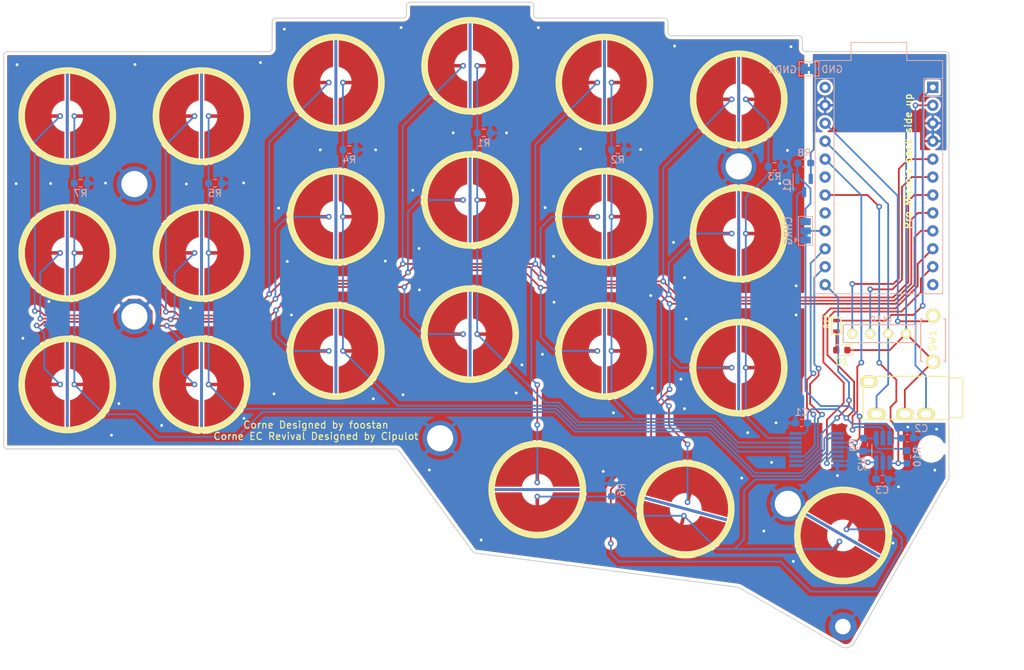
<source format=kicad_pcb>
(kicad_pcb (version 20211014) (generator pcbnew)
  (title_block (title "Corne EC Revival") (date "2022-01-28") (rev "1.0") (comment 1 "Copyright © 2024 Cipulot") (comment 2 "CC-BY-NC-SA-4.0"))
  (layers (0 "F.Cu" signal) (31 "B.Cu" signal) (34 "B.Paste" user) (35 "F.Paste" user) (36 "B.SilkS" user "B.Silkscreen") (37 "F.SilkS" user "F.Silkscreen") (38 "B.Mask" user) (39 "F.Mask" user) (44 "Edge.Cuts" user))
  (net 0 "")
  (net 1 "GNDA")
  (net 2 "ROW0")
  (net 3 "COL0")
  (net 4 "ROW1")
  (net 5 "ROW2")
  (net 6 "COL1")
  (net 7 "COL2")
  (net 8 "COL4")
  (net 9 "COL5")
  (net 10 "COL6")
  (net 11 "+5V")
  (net 12 "Net-(C3-Pad1)")
  (net 13 "GND")
  (net 14 "Net-(D1-Pad2)")
  (net 15 "SDA")
  (net 16 "SCL")
  (net 17 "Net-(JP1-Pad3)")
  (net 18 "CHARGE_RST")
  (net 19 "Net-(R10-Pad1)")
  (net 20 "ADC")
  (net 21 "LED")
  (net 22 "RESET")
  (net 23 "OPAMP_SHDN")
  (net 24 "DATA")
  (net 25 "COL_EN")
  (net 26 "CSEL2")
  (net 27 "CSEL1")
  (net 28 "CSEL0")
  (net 33 "COL3")
  (net 34 "VCC")
  (footprint "cipulot_parts:OLED_Small" (layer "F.Cu") (at 195.86426 89.5202 180)
    (fp_text reference "J1" hide)
    (fp_text value "OLED" hide)
  )
  (footprint "cipulot_parts:ecs_pad_no_ring" (layer "F.Cu") (at 147.5236 111.5962 90)
    (fp_text reference "SW20")
    (fp_text value "EC_SW" hide)
  )
  (footprint "" (layer "F.Cu") (at 188.7736 97.3462)
    (fp_text reference "")
    (fp_text value "")
  )
  (footprint "cipulot_parts:MountingHole_3.7mm_Pad_TopBottom" (layer "F.Cu") (at 133.7736 104.3462)
    (fp_text reference "REF**" hide)
    (fp_text value "MountingHole_3.7mm_Pad_TopBottom" hide)
  )
  (footprint "cipulot_parts:ecs_pad_no_ring" (layer "F.Cu") (at 119.0236 72.9712 180)
    (fp_text reference "SW9")
    (fp_text value "EC_SW" hide)
  )
  (footprint "cipulot_parts:ecs_pad_no_ring" (layer "F.Cu") (at 176.0236 94.3462 180)
    (fp_text reference "SW19")
    (fp_text value "EC_SW" hide)
  )
  (footprint "cipulot_parts:ecs_pad_no_ring" (layer "F.Cu") (at 100.0236 96.7212 180)
    (fp_text reference "SW7")
    (fp_text value "EC_SW" hide)
  )
  (footprint "cipulot_parts:MountingHole_3.7mm_Pad_TopBottom" (layer "F.Cu") (at 182.975 113.625)
    (fp_text reference "REF**" hide)
    (fp_text value "MountingHole_3.7mm_Pad_TopBottom" hide)
  )
  (footprint "cipulot_parts:ecs_pad_no_ring" (layer "F.Cu") (at 119.0236 91.9712 180)
    (fp_text reference "SW10")
    (fp_text value "EC_SW" hide)
  )
  (footprint "cipulot_parts:ecs_pad_no_ring" (layer "F.Cu") (at 157.0236 53.9712 180)
    (fp_text reference "SW14")
    (fp_text value "EC_SW" hide)
  )
  (footprint "cipulot_parts:MountingHole_3.7mm_Pad_TopBottom" (layer "F.Cu") (at 176.0236 65.8462)
    (fp_text reference "REF**" hide)
    (fp_text value "MountingHole_3.7mm_Pad_TopBottom" hide)
  )
  (footprint "cipulot_parts:ecs_pad_no_ring" (layer "F.Cu") (at 138.0236 51.5962 180)
    (fp_text reference "SW11")
    (fp_text value "EC_SW" hide)
  )
  (footprint "cipulot_parts:HOLE_M2" (layer "F.Cu") (at 203.2736 105.8462)
    (fp_text reference "H22" hide)
    (fp_text value "MountingHole" hide)
  )
  (footprint "cipulot_parts:ecs_pad_no_ring" (layer "F.Cu") (at 176.0236 75.3462 180)
    (fp_text reference "SW18")
    (fp_text value "EC_SW" hide)
  )
  (footprint "cipulot_parts:ecs_pad_no_ring" (layer "F.Cu") (at 157.0236 91.9712 180)
    (fp_text reference "SW16")
    (fp_text value "EC_SW" hide)
  )
  (footprint "cipulot_parts:ecs_pad_no_ring" (layer "F.Cu") (at 100.0236 78.09494 180)
    (fp_text reference "SW6")
    (fp_text value "EC_SW" hide)
  )
  (footprint "Diode_SMD:D_0603_1608Metric" (layer "F.Cu") (at 190.6042 91.857 180)
    (fp_text reference "D1")
    (fp_text value "LED" hide)
  )
  (footprint "cipulot_parts:ecs_pad_no_ring" (layer "F.Cu") (at 190.7736 118.0962 60)
    (fp_text reference "SW22")
    (fp_text value "EC_SW" hide)
  )
  (footprint "cipulot_parts:ecs_pad_no_ring" (layer "F.Cu") (at 176.0236 56.3462 180)
    (fp_text reference "SW17")
    (fp_text value "EC_SW" hide)
  )
  (footprint "kbd:LEGO_HOLE" (layer "F.Cu") (at 190.7625 131)
    (fp_text reference "")
    (fp_text value "")
  )
  (footprint "cipulot_parts:ecs_pad_no_ring" (layer "F.Cu") (at 100.0236 58.7212 180)
    (fp_text reference "SW5")
    (fp_text value "EC_SW" hide)
  )
  (footprint "cipulot_parts:ecs_pad_no_ring" (layer "F.Cu") (at 138.0236 70.5962 180)
    (fp_text reference "SW12")
    (fp_text value "EC_SW" hide)
  )
  (footprint "cipulot_parts:R_0603" (layer "F.Cu") (at 189.8422 88.428 -90)
    (fp_text reference "R11")
    (fp_text value "R" hide)
  )
  (footprint "cipulot_parts:ecs_pad_no_ring" (layer "F.Cu") (at 168.5236 114.3462 75)
    (fp_text reference "SW21")
    (fp_text value "EC_SW" hide)
  )
  (footprint "cipulot_parts:ecs_pad_no_ring" (layer "F.Cu") (at 81.0236 96.7212 180)
    (fp_text reference "SW4")
    (fp_text value "EC_SW" hide)
  )
  (footprint "cipulot_parts:MountingHole_3.7mm_Pad_TopBottom" (layer "F.Cu") (at 90.5236 87.0962)
    (fp_text reference "REF**" hide)
    (fp_text value "MountingHole_3.7mm_Pad_TopBottom" hide)
  )
  (footprint "cipulot_parts:SW_3.5x6.0_TH" (layer "F.Cu") (at 203.475 90.475 -90)
    (fp_text reference "SW1")
    (fp_text value "SW_Push")
  )
  (footprint "cipulot_parts:ecs_pad_no_ring" (layer "F.Cu") (at 138.0236 89.5962 180)
    (fp_text reference "SW13")
    (fp_text value "EC_SW" hide)
  )
  (footprint "cipulot_parts:ecs_pad_no_ring" (layer "F.Cu") (at 81.0236 58.7212 180)
    (fp_text reference "SW2")
    (fp_text value "EC_SW" hide)
  )
  (footprint "cipulot_parts:ecs_pad_no_ring" (layer "F.Cu") (at 119.0236 53.9712 180)
    (fp_text reference "SW8")
    (fp_text value "EC_SW" hide)
  )
  (footprint "cipulot_parts:TRRS-PJ-320A-no-Fmask" (layer "F.Cu") (at 205.7223 98.6134 -90)
    (fp_text reference "J2")
    (fp_text value "MJ-4PP-9")
  )
  (footprint "cipulot_parts:ecs_pad_no_ring" (layer "F.Cu") (at 81.0236 78.09494 180)
    (fp_text reference "SW3")
    (fp_text value "EC_SW" hide)
  )
  (footprint "cipulot_parts:ecs_pad_no_ring" (layer "F.Cu") (at 157.0236 72.9712 180)
    (fp_text reference "SW15")
    (fp_text value "EC_SW" hide)
  )
  (footprint "cipulot_parts:MountingHole_3.7mm_Pad_TopBottom" (layer "F.Cu") (at 90.5236 68.3462)
    (fp_text reference "REF**" hide)
    (fp_text value "MountingHole_3.7mm_Pad_TopBottom" hide)
  )
  (footprint "cipulot_parts:R_0603_1608Metric_Pad0.98x0.95mm_HandSolder" (layer "B.Cu") (at 158.925 63.4712)
    (fp_text reference "R2")
    (fp_text value "100k")
  )
  (footprint "cipulot_parts:R_0603_1608Metric_Pad0.98x0.95mm_HandSolder" (layer "B.Cu") (at 139.95 61.0962)
    (fp_text reference "R1")
    (fp_text value "100k")
  )
  (footprint "Jumper:SolderJumper-3_P1.3mm_Bridged12_Pad1.0x1.5mm" (layer "B.Cu") (at 185.4734 74.97328 90)
    (fp_text reference "JP1" hide)
    (fp_text value "Jumper_3_Bridged12" hide)
  )
  (footprint "cipulot_parts:R_0603_1608Metric_Pad0.98x0.95mm_HandSolder" (layer "B.Cu") (at 181.1 65.85)
    (fp_text reference "R3")
    (fp_text value "100k")
  )
  (footprint "Jumper:SolderJumper-2_P1.3mm_Bridged_Pad1.0x1.5mm" (layer "B.Cu") (at 185.956 52.0298)
    (fp_text reference "JP2" hide)
    (fp_text value "Jumper_NC_Small" hide)
  )
  (footprint "cipulot_parts:Sparkfun_Pro_Micro" (layer "B.Cu") (at 188.24426 82.59328)
    (fp_text reference "U3" hide)
    (fp_text value "ProMicro")
  )
  (footprint "cipulot_parts:R_0603_1608Metric_Pad0.98x0.95mm_HandSolder" (layer "B.Cu") (at 158.0236 111.6436 90)
    (fp_text reference "R6")
    (fp_text value "100k")
  )
  (footprint "cipulot_parts:TSSOP16" (layer "B.Cu") (at 187.0228 105.9286 -90)
    (fp_text reference "U1")
    (fp_text value "74HC4051")
  )
  (footprint "cipulot_parts:R_0603_1608Metric_Pad0.98x0.95mm_HandSolder" (layer "B.Cu") (at 199.825 106.975 -90)
    (fp_text reference "R10")
    (fp_text value "22k : 100k" hide)
  )
  (footprint "Package_TO_SOT_SMD:TSOT-23-6_HandSoldering" (layer "B.Cu") (at 196.4208 106.0556 90)
    (fp_text reference "U2")
    (fp_text value "LTC6255IS6TRMPBF_flipped_power" hide)
  )
  (footprint "cipulot_parts:R_0603_1608Metric_Pad0.98x0.95mm_HandSolder" (layer "B.Cu") (at 101.925 68.2212)
    (fp_text reference "R5")
    (fp_text value "100k")
  )
  (footprint "cipulot_parts:R_0603_1608Metric_Pad0.98x0.95mm_HandSolder" (layer "B.Cu") (at 185.2956 65.3648)
    (fp_text reference "R8")
    (fp_text value "100k" hide)
  )
  (footprint "cipulot_parts:R_0603_1608Metric_Pad0.98x0.95mm_HandSolder" (layer "B.Cu") (at 193.7 105.25 90)
    (fp_text reference "R9")
    (fp_text value "1k" hide)
  )
  (footprint "cipulot_parts:C_0603_1608Metric_Pad1.08x0.95mm_HandSolder" (layer "B.Cu") (at 184.9146 102.1694)
    (fp_text reference "C1")
    (fp_text value "0.1u" hide)
  )
  (footprint "Package_TO_SOT_SMD:SOT-23" (layer "B.Cu") (at 185.2702 68.5398 -90)
    (fp_text reference "Q1")
    (fp_text value "Q_NMOS_GSD" hide)
  )
  (footprint "cipulot_parts:C_0603_1608Metric_Pad1.08x0.95mm_HandSolder" (layer "B.Cu") (at 199.875 104.325)
    (fp_text reference "C2")
    (fp_text value "0.1u" hide)
  )
  (footprint "cipulot_parts:R_0603_1608Metric_Pad0.98x0.95mm_HandSolder" (layer "B.Cu") (at 120.925 63.4712)
    (fp_text reference "R4")
    (fp_text value "100k")
  )
  (footprint "cipulot_parts:C_0603_1608Metric_Pad1.08x0.95mm_HandSolder" (layer "B.Cu") (at 196.325 110.125)
    (fp_text reference "C3")
    (fp_text value "220p" hide)
  )
  (footprint "cipulot_parts:R_0603_1608Metric_Pad0.98x0.95mm_HandSolder" (layer "B.Cu") (at 82.925 68.2212)
    (fp_text reference "R7")
    (fp_text value "100k")
  )
  (gr_line (start 185.0236 47.8462) (end 185.0236 49.0962) (layer "Edge.Cuts") (width 0.15))
  (gr_line (start 205.2736 49.5962) (end 185.5236 49.5962) (layer "Edge.Cuts") (width 0.15))
  (gr_arc (start 72.537498 105.850008) (mid 72.174741 105.706031) (end 72.0236 105.3462) (layer "Edge.Cuts") (width 0.15))
  (gr_arc (start 72.0236 50.0962) (mid 72.170047 49.742647) (end 72.5236 49.5962) (layer "Edge.Cuts") (width 0.15))
  (gr_arc (start 184.5236 47.3462) (mid 184.877153 47.492647) (end 185.0236 47.8462) (layer "Edge.Cuts") (width 0.15))
  (gr_arc (start 185.5236 49.5962) (mid 185.170047 49.449753) (end 185.0236 49.0962) (layer "Edge.Cuts") (width 0.15))
  (gr_arc (start 110.0236 49.0962) (mid 109.877153 49.449753) (end 109.5236 49.5962) (layer "Edge.Cuts") (width 0.15))
  (gr_arc (start 205.2736 49.5962) (mid 205.627153 49.742647) (end 205.7736 50.0962) (layer "Edge.Cuts") (width 0.15))
  (gr_line (start 205.7736 50.0962) (end 205.7736 110.0962) (layer "Edge.Cuts") (width 0.15))
  (gr_arc (start 110.0236 45.3462) (mid 110.170047 44.992647) (end 110.5236 44.8462) (layer "Edge.Cuts") (width 0.15))
  (gr_arc (start 129.0236 43.0962) (mid 129.170047 42.742647) (end 129.5236 42.5962) (layer "Edge.Cuts") (width 0.15))
  (gr_arc (start 146.5236 42.5962) (mid 146.877153 42.742647) (end 147.0236 43.0962) (layer "Edge.Cuts") (width 0.15))
  (gr_arc (start 129.0236 44.3462) (mid 128.877153 44.699753) (end 128.5236 44.8462) (layer "Edge.Cuts") (width 0.15))
  (gr_arc (start 147.5236 44.8462) (mid 147.170047 44.699753) (end 147.0236 44.3462) (layer "Edge.Cuts") (width 0.15))
  (gr_arc (start 165.5236 44.8462) (mid 165.877153 44.992647) (end 166.0236 45.3462) (layer "Edge.Cuts") (width 0.15))
  (gr_arc (start 166.5236 47.3462) (mid 166.170047 47.199753) (end 166.0236 46.8462) (layer "Edge.Cuts") (width 0.15))
  (gr_line (start 89.5236 49.5962) (end 72.5236 49.5962) (layer "Edge.Cuts") (width 0.15))
  (gr_line (start 72.0236 50.0962) (end 72.0236 105.3462) (layer "Edge.Cuts") (width 0.15))
  (gr_line (start 166.0236 46.8462) (end 166.0236 45.3462) (layer "Edge.Cuts") (width 0.15))
  (gr_line (start 129.0236 43.0962) (end 129.0236 44.3462) (layer "Edge.Cuts") (width 0.15))
  (gr_line (start 146.5236 42.5962) (end 129.5236 42.5962) (layer "Edge.Cuts") (width 0.15))
  (gr_line (start 147.0236 44.3462) (end 147.0236 43.0962) (layer "Edge.Cuts") (width 0.15))
  (gr_line (start 110.0236 45.3462) (end 110.0236 49.0962) (layer "Edge.Cuts") (width 0.15))
  (gr_line (start 184.5236 47.3462) (end 166.5236 47.3462) (layer "Edge.Cuts") (width 0.15))
  (gr_line (start 165.5236 44.8462) (end 147.5236 44.8462) (layer "Edge.Cuts") (width 0.15))
  (gr_line (start 109.5236 49.5962) (end 91.5236 49.5962) (layer "Edge.Cuts") (width 0.15))
  (gr_line (start 128.5236 44.8462) (end 110.5236 44.8462) (layer "Edge.Cuts") (width 0.15))
  (gr_line (start 138.787498 120.600008) (end 175.458054 125.370352) (layer "Edge.Cuts") (width 0.15))
  (gr_line (start 127.537498 105.850008) (end 72.537498 105.850008) (layer "Edge.Cuts") (width 0.15))
  (gr_line (start 176.112498 125.500008) (end 190.406749 133.760964) (layer "Edge.Cuts") (width 0.15))
  (gr_line (start 204.687498 111.925008) (end 205.7736 110.0962) (layer "Edge.Cuts") (width 0.15))
  (gr_line (start 127.891051 105.996455) (end 138.433945 120.453561) (layer "Edge.Cuts") (width 0.15))
  (gr_arc (start 127.537498 105.850008) (mid 127.72884 105.888068) (end 127.891051 105.996455) (layer "Edge.Cuts") (width 0.15))
  (gr_arc (start 175.458054 125.370352) (mid 175.78845 125.419157) (end 176.112498 125.500008) (layer "Edge.Cuts") (width 0.15))
  (gr_line (start 192.334761 133.381473) (end 204.687498 111.925008) (layer "Edge.Cuts") (width 0.15))
  (gr_arc (start 138.787498 120.600008) (mid 138.596156 120.561948) (end 138.433945 120.453561) (layer "Edge.Cuts") (width 0.15))
  (gr_line (start 89.5236 49.5962) (end 91.5236 49.5962) (layer "Edge.Cuts") (width 0.15))
  (gr_arc (start 192.334761 133.381473) (mid 191.449567 133.971625) (end 190.406749 133.760964) (layer "Edge.Cuts") (width 0.15))
  (gr_text "OLED" (at 196.14674 87.50512) (layer "B.SilkS") (effects (font (size 0.8128 0.8128)) (justify mirror)))
  (gr_text "CHRG" (at 183.0625 74.95048 90) (layer "B.SilkS") (effects (font (size 1 1)) (justify mirror)))
  (gr_text "GND" (at 189.2375 52.10048) (layer "B.SilkS") (effects (font (size 1 1)) (justify mirror)))
  (gr_text "GNDA" (at 182.2875 52.15048) (layer "B.SilkS") (effects (font (size 1 1)) (justify mirror)))
  (gr_text "Corne Designed by foostan\nCorne EC Revival Designed by Cipulot" (at 116.2 103.25) (layer "F.SilkS") (effects (font (size 1 1))))
  (gr_text "Pro Micro's back side up" (at 200.0125 65.12548 90) (layer "F.SilkS") (effects (font (size 1 1) (thickness 0.2))))
  (segment (start 165.85 98.85) (end 164.8 99.9) (width 0.25) (layer "F.Cu") (net 1))
  (segment (start 164.8 99.9) (end 164.8 104.525) (width 0.25) (layer "F.Cu") (net 1))
  (segment (start 167.525 98.85) (end 165.85 98.85) (width 0.25) (layer "F.Cu") (net 1))
  (via (at 158.3 100.725) (size 0.8) (drill 0.4) (layers "F.Cu" "B.Cu") (net 1))
  (via (at 97.8688 68.3366) (size 0.8) (drill 0.4) (layers "F.Cu" "B.Cu") (net 1))
  (via (at 98.45 85.9) (size 0.8) (drill 0.4) (layers "F.Cu" "B.Cu") (net 1))
  (via (at 176.45 109.975) (size 0.8) (drill 0.4) (layers "F.Cu" "B.Cu") (net 1))
  (via (at 179.575 117.475) (size 0.8) (drill 0.4) (layers "F.Cu" "B.Cu") (net 1))
  (via (at 199.95 102.75) (size 0.8) (drill 0.4) (layers "F.Cu" "B.Cu") (net 1))
  (via (at 168.35 81.6) (size 0.8) (drill 0.4) (layers "F.Cu" "B.Cu") (net 1))
  (via (at 163.575 84.125) (size 0.8) (drill 0.4) (layers "F.Cu" "B.Cu") (net 1))
  (via (at 147.675 46.2) (size 0.8) (drill 0.4) (layers "F.Cu" "B.Cu") (net 1))
  (via (at 87.275 103.9) (size 0.8) (drill 0.4) (layers "F.Cu" "B.Cu") (net 1))
  (via (at 88.325 99.425) (size 0.8) (drill 0.4) (layers "F.Cu" "B.Cu") (net 1))
  (via (at 132.25 108.825) (size 0.8) (drill 0.4) (layers "F.Cu" "B.Cu") (net 1))
  (via (at 105.9714 68.1842) (size 0.8) (drill 0.4) (layers "F.Cu" "B.Cu") (net 1))
  (via (at 130.85 83.325) (size 0.8) (drill 0.4) (layers "F.Cu" "B.Cu") (net 1))
  (via (at 184.15 86.875) (size 0.8) (drill 0.4) (layers "F.Cu" "B.Cu") (net 1))
  (via (at 116.825 63.5) (size 0.8) (drill 0.4) (layers "F.Cu" "B.Cu") (net 1))
  (via (at 184.15 82.75) (size 0.8) (drill 0.4) (layers "F.Cu" "B.Cu") (net 1))
  (via (at 180.675 107.75) (size 0.8) (drill 0.4) (layers "F.Cu" "B.Cu") (net 1))
  (via (at 181.825 68.25) (size 0.8) (drill 0.4) (layers "F.Cu" "B.Cu") (net 1))
  (via (at 130.8 77.475) (size 0.8) (drill 0.4) (layers "F.Cu" "B.Cu") (net 1))
  (via (at 148.25 92.45) (size 0.8) (drill 0.4) (layers "F.Cu" "B.Cu") (net 1))
  (via (at 126.025 79.25) (size 0.8) (drill 0.4) (layers "F.Cu" "B.Cu") (net 1))
  (via (at 149.9 85.075) (size 0.8) (drill 0.4) (layers "F.Cu" "B.Cu") (net 1))
  (via (at 73.9166 51.4456) (size 0.8) (drill 0.4) (layers "F.Cu" "B.Cu") (net 1))
  (via (at 124.65 63.5) (size 0.8) (drill 0.4) (layers "F.Cu" "B.Cu") (net 1))
  (via (at 112.15 79.3) (size 0.8) (drill 0.4) (layers "F.Cu" "B.Cu") (net 1))
  (via (at 108.359 51.1408) (size 0.8) (drill 0.4) (layers "F.Cu" "B.Cu") (net 1))
  (via (at 177.3 103.55) (size 0.8) (drill 0.4) (layers "F.Cu" "B.Cu") (net 1))
  (via (at 73.7896 68.2858) (size 0.8) (drill 0.4) (layers "F.Cu" "B.Cu") (net 1))
  (via (at 204.025 103.05) (size 0.8) (drill 0.4) (layers "F.Cu" "B.Cu") (net 1))
  (via (at 144.55 97.925) (size 0.8) (drill 0.4) (layers "F.Cu" "B.Cu") (net 1))
  (via (at 78.425 84.975) (size 0.8) (drill 0.4) (layers "F.Cu" "B.Cu") (net 1))
  (via (at 94.375 102.525) (size 0.8) (drill 0.4) (layers "F.Cu" "B.Cu") (net 1))
  (via (at 166.95 48.8) (size 0.8) (drill 0.4) (layers "F.Cu" "B.Cu") (net 1))
  (via (at 135.625 61.1) (size 0.8) (drill 0.4) (layers "F.Cu" "B.Cu") (net 1))
  (via (at 203.775 108.85) (size 0.8) (drill 0.4) (layers "F.Cu" "B.Cu") (net 1))
  (via (at 78.6664 68.2604) (size 0.8) (drill 0.4) (layers "F.Cu" "B.Cu") (net 1))
  (via (at 110.925 71.75) (size 0.8) (drill 0.4) (layers "F.Cu" "B.Cu") (net 1))
  (via (at 111.7372 46.4164) (size 0.8) (drill 0.4) (layers "F.Cu" "B.Cu") (net 1))
  (via (at 167.85 95.975) (size 0.8) (drill 0.4) (layers "F.Cu" "B.Cu") (net 1))
  (via (at 106.025 101.525) (size 0.8) (drill 0.4) (layers "F.Cu" "B.Cu") (net 1))
  (via (at 163.8 97.25) (size 0.8) (drill 0.4) (layers "F.Cu" "B.Cu") (net 1))
  (via (at 166.8 76.6) (size 0.8) (drill 0.4) (layers "F.Cu" "B.Cu") (net 1))
  (via (at 149.825 78.575) (size 0.8) (drill 0.4) (layers "F.Cu" "B.Cu") (net 1))
  (via (at 145.35 93.95) (size 0.8) (drill 0.4) (layers "F.Cu" "B.Cu") (net 1))
  (via (at 74.75 90.175) (size 0.8) (drill 0.4) (layers "F.Cu" "B.Cu") (net 1))
  (via (at 112.75 86.875) (size 0.8) (drill 0.4) (layers "F.Cu" "B.Cu") (net 1))
  (via (at 128.2472 46.1878) (size 0.8) (drill 0.4) (layers "F.Cu" "B.Cu") (net 1))
  (via (at 156.85 109.025) (size 0.8) (drill 0.4) (layers "F.Cu" "B.Cu") (net 1))
  (via (at 182.925 63.575) (size 0.8) (drill 0.4) (layers "F.Cu" "B.Cu") (net 1))
  (via (at 128.525 98.175) (size 0.8) (drill 0.4) (layers "F.Cu" "B.Cu") (net 1))
  (via (at 168.35 100.15) (size 0.8) (drill 0.4) (layers "F.Cu" "B.Cu") (net 1))
  (via (at 86.4388 68.2096) (size 0.8) (drill 0.4) (layers "F.Cu" "B.Cu") (net 1))
  (via (at 183.425 48.9) (size 0.8) (drill 0.4) (layers "F.Cu" "B.Cu") (net 1))
  (via (at 90.6044 51.4202) (size 0.8) (drill 0.4) (layers "F.Cu" "B.Cu") (net 1))
  (via (at 148.625 71.675) (size 0.8) (drill 0.4) (layers "F.Cu" "B.Cu") (net 1))
  (via (at 153.625 63.375) (size 0.8) (drill 0.4) (layers "F.Cu" "B.Cu") (net 1))
  (via (at 143.175 61.1) (size 0.8) (drill 0.4) (layers "F.Cu" "B.Cu") (net 1))
  (via (at 197.85 119.175) (size 0.8) (drill 0.4) (layers "F.Cu" "B.Cu") (net 1))
  (via (at 129.9 69.225) (size 0.8) (drill 0.4) (layers "F.Cu" "B.Cu") (net 1))
  (via (at 139.575 118.75) (size 0.8) (drill 0.4) (layers "F.Cu" "B.Cu") (net 1))
  (via (at 198.625 111.225) (size 0.8) (drill 0.4) (layers "F.Cu" "B.Cu") (net 1))
  (via (at 124.325 98.75) (size 0.8) (drill 0.4) (layers "F.Cu" "B.Cu") (net 1))
  (via (at 190 109.625) (size 0.8) (drill 0.4) (layers "F.Cu" "B.Cu") (net 1))
  (via (at 181.3 102.15) (size 0.8) (drill 0.4) (layers "F.Cu" "B.Cu") (net 1))
  (via (at 110.275 98.05) (size 0.8) (drill 0.4) (layers "F.Cu" "B.Cu") (net 1))
  (via (at 168.575 87.45) (size 0.8) (drill 0.4) (layers "F.Cu" "B.Cu") (net 1))
  (via (at 162.15 63.45) (size 0.8) (drill 0.4) (layers "F.Cu" "B.Cu") (net 1))
  (via (at 183.75 121.775) (size 0.8) (drill 0.4) (layers "F.Cu" "B.Cu") (net 1))
  (segment (start 193.7 106.1625) (end 193.81202 106.27452) (width 0.25) (layer "B.Cu") (net 1))
  (segment (start 157.025 98.775) (end 157.025 46.55) (width 0.25) (layer "B.Cu") (net 1))
  (segment (start 191.5731 108.2019) (end 189.99714 108.2019) (width 0.25) (layer "B.Cu") (net 1))
  (segment (start 100.025 103.4) (end 100.025 51.25) (width 0.25) (layer "B.Cu") (net 1))
  (segment (start 196.4208 106.5958) (end 196.4208 107.7656) (width 0.25) (layer "B.Cu") (net 1))
  (segment (start 196.4208 107.7656) (end 196.4208 109.3583) (width 0.25) (layer "B.Cu") (net 1))
  (segment (start 191.825 107.95) (end 191.5731 108.2019) (width 0.25) (layer "B.Cu") (net 1))
  (segment (start 119.025 98.775) (end 119.025 46.575) (width 0.25) (layer "B.Cu") (net 1))
  (segment (start 191.825 105.975) (end 191.825 107.95) (width 0.25) (layer "B.Cu") (net 1))
  (segment (start 140.075 111.6) (end 154.75 111.6) (width 0.25) (layer "B.Cu") (net 1))
  (segment (start 191.45602 105.60602) (end 191.825 105.975) (width 0.25) (layer "B.Cu") (net 1))
  (segment (start 176.025 101.175) (end 176.025 48.95) (width 0.25) (layer "B.Cu") (net 1))
  (segment (start 189.99714 107.55166) (end 191.82334 107.55166) (width 0.25) (layer "B.Cu") (net 1))
  (segment (start 196.4208 109.3583) (end 197.1875 110.125) (width 0.25) (layer "B.Cu") (net 1))
  (segment (start 193.81202 106.27452) (end 196.09952 106.27452) (width 0.25) (layer "B.Cu") (net 1))
  (segment (start 138.025 96.3) (end 138.025 44.125) (width 0.25) (layer "B.Cu") (net 1))
  (segment (start 196.09952 106.27452) (end 196.4208 106.5958) (width 0.25) (layer "B.Cu") (net 1))
  (segment (start 81.025 104.125) (end 81.025 51.15) (width 0.25) (layer "B.Cu") (net 1))
  (segment (start 196.55 121.425) (end 184.125 114.25) (width 0.25) (layer "B.Cu") (net 1))
  (segment (start 175.65 116.25) (end 161.325 112.425) (width 0.25) (layer "B.Cu") (net 1))
  (segment (start 191.82334 107.55166) (end 191.825 107.55) (width 0.25) (layer "B.Cu") (net 1))
  (segment (start 189.99714 105.60602) (end 191.45602 105.60602) (width 0.25) (layer "B.Cu") (net 1))
  (segment (start 77.80048 86.95048) (end 85.12452 86.95048) (width 0.25) (layer "F.Cu") (net 2))
  (segment (start 94.975 86.425) (end 96.249614 86.425) (width 0.25) (layer "F.Cu") (net 2))
  (segment (start 147.25096 79.65096) (end 128.49904 79.65096) (width 0.25) (layer "F.Cu") (net 2))
  (segment (start 200.00192 70.77308) (end 200.88172 69.89328) (width 0.25) (layer "F.Cu") (net 2))
  (segment (start 94.975 86.028565) (end 94.975 86.425) (width 0.25) (layer "F.Cu") (net 2))
  (segment (start 106.57404 86.95096) (end 109.6 83.925) (width 0.25) (layer "F.Cu") (net 2))
  (segment (start 147.5236 110.5962) (end 147.5236 108.22074) (width 0.25) (layer "F.Cu") (net 2))
  (segment (start 165.34952 82.12548) (end 149.72548 82.12548) (width 0.25) (layer "F.Cu") (net 2))
  (segment (start 175.0236 56.3462) (end 172.89814 56.3462) (width 0.25) (layer "F.Cu") (net 2))
  (segment (start 89.075 83) (end 91.946435 83) (width 0.25) (layer "F.Cu") (net 2))
  (segment (start 200.00192 82.255208) (end 200.00192 70.77308) (width 0.25) (layer "F.Cu") (net 2))
  (segment (start 197.856168 84.40096) (end 200.00192 82.255208) (width 0.25) (layer "F.Cu") (net 2))
  (segment (start 137.0236 51.5962) (end 134.51358 51.5962) (width 0.25) (layer "F.Cu") (net 2))
  (segment (start 167.62596 84.40096) (end 197.856168 84.40096) (width 0.25) (layer "F.Cu") (net 2))
  (segment (start 95.45858 58.7212) (end 99.0236 58.7212) (width 0.25) (layer "F.Cu") (net 2))
  (segment (start 85.12452 86.95048) (end 89.075 83) (width 0.25) (layer "F.Cu") (net 2))
  (segment (start 96.249614 86.425) (end 96.775574 86.95096) (width 0.25) (layer "F.Cu") (net 2))
  (segment (start 165.35 82.125) (end 165.34952 82.12548) (width 0.25) (layer "F.Cu") (net 2))
  (segment (start 165.35 82.125) (end 167.62596 84.40096) (width 0.25) (layer "F.Cu") (net 2))
  (segment (start 126.12404 82.02596) (end 111.49904 82.02596) (width 0.25) (layer "F.Cu") (net 2))
  (segment (start 96.775574 86.95096) (end 106.57404 86.95096) (width 0.25) (layer "F.Cu") (net 2))
  (segment (start 118.0236 53.9712) (end 115.35858 53.9712) (width 0.25) (layer "F.Cu") (net 2))
  (segment (start 77.175 86.325) (end 77.80048 86.95048) (width 0.25) (layer "F.Cu") (net 2))
  (segment (start 147.525 102.45) (end 147.525 96.775) (width 0.25) (layer "F.Cu") (net 2))
  (segment (start 91.946435 83) (end 94.975 86.028565) (width 0.25) (layer "F.Cu") (net 2))
  (segment (start 111.49904 82.02596) (end 109.6 83.925) (width 0.25) (layer "F.Cu") (net 2))
  (segment (start 76.425 86.325) (end 77.175 86.325) (width 0.25) (layer "F.Cu") (net 2))
  (segment (start 149.72548 82.12548) (end 147.25096 79.65096) (width 0.25) (layer "F.Cu") (net 2))
  (segment (start 200.88172 69.89328) (end 203.48426 69.89328) (width 0.25) (layer "F.Cu") (net 2))
  (segment (start 80.0236 58.7212) (end 77.98858 58.7212) (width 0.25) (layer "F.Cu") (net 2))
  (segment (start 156.0236 53.9712) (end 154.00314 53.9712) (width 0.25) (layer "F.Cu") (net 2))
  (segment (start 128.49904 79.65096) (end 126.12404 82.02596) (width 0.25) (layer "F.Cu") (net 2))
  (via (at 165.35 82.125) (size 0.8) (drill 0.4) (layers "F.Cu" "B.Cu") (net 2))
  (via (at 99.0236 58.7212) (size 0.8) (drill 0.4) (layers "F.Cu" "B.Cu") (net 2))
  (via (at 147.25096 79.65096) (size 0.8) (drill 0.4) (layers "F.Cu" "B.Cu") (net 2))
  (via (at 156.0236 53.9712) (size 0.8) (drill 0.4) (layers "F.Cu" "B.Cu") (net 2))
  (via (at 76.425 86.325) (size 0.8) (drill 0.4) (layers "F.Cu" "B.Cu") (net 2))
  (via (at 80.0236 58.7212) (size 0.8) (drill 0.4) (layers "F.Cu" "B.Cu") (net 2))
  (via (at 94.975 86.425) (size 0.8) (drill 0.4) (layers "F.Cu" "B.Cu") (net 2))
  (via (at 175.0236 56.3462) (size 0.8) (drill 0.4) (layers "F.Cu" "B.Cu") (net 2))
  (via (at 128.49904 79.65096) (size 0.8) (drill 0.4) (layers "F.Cu" "B.Cu") (net 2))
  (via (at 118.0236 53.9712) (size 0.8) (drill 0.4) (layers "F.Cu" "B.Cu") (net 2))
  (via (at 147.525 96.775) (size 0.8) (drill 0.4) (layers "F.Cu" "B.Cu") (net 2))
  (via (at 147.525 102.45) (size 0.8) (drill 0.4) (layers "F.Cu" "B.Cu") (net 2))
  (via (at 137.0236 51.5962) (size 0.8) (drill 0.4) (layers "F.Cu" "B.Cu") (net 2))
  (via (at 109.6 83.925) (size 0.8) (drill 0.4) (layers "F.Cu" "B.Cu") (net 2))
  (via (at 147.5236 110.5962) (size 0.8) (drill 0.4) (layers "F.Cu" "B.Cu") (net 2))
  (segment (start 109.6 62.4) (end 109.6 83.925) (width 0.25) (layer "B.Cu") (net 2))
  (segment (start 111.4875 60.5125) (end 111.25 60.75) (width 0.25) (layer "B.Cu") (net 2))
  (segment (start 146.675 95.925) (end 147.525 96.775) (width 0.25) (layer "B.Cu") (net 2))
  (segment (start 165.35 82.125) (end 165.35 66.025) (width 0.25) (layer "B.Cu") (net 2))
  (segment (start 147.25 79.65) (end 147.25096 79.65096) (width 0.25) (layer "B.Cu") (net 2))
  (segment (start 147.25096 79.65096) (end 146.675 80.22692) (width 0.25) (layer "B.Cu") (net 2))
  (segment (start 99.0236 58.7212) (end 99.0236 58.7264) (width 0.25) (layer "B.Cu") (net 2))
  (segment (start 94.975 64.025) (end 94.975 86) (width 0.25) (layer "B.Cu") (net 2))
  (segment (start 165.35 66.025) (end 175.0236 56.3514) (width 0.25) (layer "B.Cu") (net 2))
  (segment (start 137.0236 51.5962) (end 128.475 60.1448) (width 0.25) (layer "B.Cu") (net 2))
  (segment (start 99.0236 58.7264) (end 96.1 61.65) (width 0.25) (layer "B.Cu") (net 2))
  (segment (start 128.475 79.62692) (end 128.475 60.1448) (width 0.25) (layer "B.Cu") (net 2))
  (segment (start 76.425 86.325) (end 76.4312 86.3188) (width 0.25) (layer "B.Cu") (net 2))
  (segment (start 147.25 62.75) (end 147.25 79.65) (width 0.25) (layer "B.Cu") (net 2))
  (segment (start 156.0236 53.9764) (end 147.25 62.75) (width 0.25) (layer "B.Cu") (net 2))
  (segment (start 147.5236 102.4514) (end 147.5236 110.5962) (width 0.25) (layer "B.Cu") (net 2))
  (segment (start 146.675 80.22692) (end 146.675 95.925) (width 0.25) (layer "B.Cu") (net 2))
  (segment (start 76.4312 86.3188) (end 76.4312 62.3136) (width 0.25) (layer "B.Cu") (net 2))
  (segment (start 128.49904 79.65096) (end 128.475 79.62692) (width 0.25) (layer "B.Cu") (net 2))
  (segment (start 96.1 61.65) (end 94.975 62.775) (width 0.25) (layer "B.Cu") (net 2))
  (segment (start 76.4312 62.3136) (end 80.0236 58.7212) (width 0.25) (layer "B.Cu") (net 2))
  (segment (start 156.0236 53.9712) (end 156.0236 53.9764) (width 0.25) (layer "B.Cu") (net 2))
  (segment (start 118.0236 53.9764) (end 111.4875 60.5125) (width 0.25) (layer "B.Cu") (net 2))
  (segment (start 147.525 102.45) (end 147.5236 102.4514) (width 0.25) (layer "B.Cu") (net 2))
  (segment (start 175.0236 56.3514) (end 175.0236 56.3462) (width 0.25) (layer "B.Cu") (net 2))
  (segment (start 118.0236 53.9712) (end 118.0236 53.9764) (width 0.25) (layer "B.Cu") (net 2))
  (segment (start 94.975 86) (end 94.975 86.425) (width 0.25) (layer "B.Cu") (net 2))
  (segment (start 94.975 62.775) (end 94.975 64.025) (width 0.25) (layer "B.Cu") (net 2))
  (segment (start 111.4875 60.5125) (end 109.6 62.4) (width 0.25) (layer "B.Cu") (net 2))
  (segment (start 82.0236 58.7212) (end 84.52314 58.7212) (width 0.25) (layer "F.Cu") (net 3))
  (segment (start 82.0236 96.7212) (end 84.64858 96.7212) (width 0.25) (layer "F.Cu") (net 3))
  (segment (start 82.0236 78.09494) (end 84.1394 78.09494) (width 0.25) (layer "F.Cu") (net 3))
  (via (at 82.0236 96.7212) (size 0.8) (drill 0.4) (layers "F.Cu" "B.Cu") (net 3))
  (via (at 82.0236 58.7212) (size 0.8) (drill 0.4) (layers "F.Cu" "B.Cu") (net 3))
  (via (at 82.0236 78.09494) (size 0.8) (drill 0.4) (layers "F.Cu" "B.Cu") (net 3))
  (segment (start 184.978564 109.725) (end 178.15 109.725) (width 0.25) (layer "B.Cu") (net 3))
  (segment (start 188.85814 104.30554) (end 188.575 104.58868) (width 0.25) (layer "B.Cu") (net 3))
  (segment (start 150.025001 100.625) (end 108.6 100.625) (width 0.25) (layer "B.Cu") (net 3))
  (segment (start 82.0236 58.7212) (end 82.0236 96.7212) (width 0.25) (layer "B.Cu") (net 3))
  (segment (start 108.6 100.625) (end 105.075 104.15) (width 0.25) (layer "B.Cu") (net 3))
  (segment (start 93.85 104.15) (end 90.625 100.925) (width 0.25) (layer "B.Cu") (net 3))
  (segment (start 188.575 104.58868) (end 188.575 106.128564) (width 0.25) (layer "B.Cu") (net 3))
  (segment (start 105.075 104.15) (end 93.85 104.15) (width 0.25) (layer "B.Cu") (net 3))
  (segment (start 82.0236 96.7236) (end 82.0236 96.7212) (width 0.25) (layer "B.Cu") (net 3))
  (segment (start 171.825 103.4) (end 152.800001 103.4) (width 0.25) (layer "B.Cu") (net 3))
  (segment (start 178.15 109.725) (end 171.825 103.4) (width 0.25) (layer "B.Cu") (net 3))
  (segment (start 188.575 106.128564) (end 184.978564 109.725) (width 0.25) (layer "B.Cu") (net 3))
  (segment (start 189.99714 104.30554) (end 188.85814 104.30554) (width 0.25) (layer "B.Cu") (net 3))
  (segment (start 90.625 100.925) (end 86.225 100.925) (width 0.25) (layer "B.Cu") (net 3))
  (segment (start 152.800001 103.4) (end 150.025001 100.625) (width 0.25) (layer "B.Cu") (net 3))
  (segment (start 86.225 100.925) (end 82.0236 96.7236) (width 0.25) (layer "B.Cu") (net 3))
  (segment (start 129.99952 80.10048) (end 129.225 80.875) (width 0.25) (layer "F.Cu") (net 4))
  (segment (start 85.310718 87.4) (end 77.2 87.4) (width 0.25) (layer "F.Cu") (net 4))
  (segment (start 203.48426 72.43328) (end 201.39172 72.43328) (width 0.25) (layer "F.Cu") (net 4))
  (segment (start 146.47548 80.10048) (end 129.99952 80.10048) (width 0.25) (layer "F.Cu") (net 4))
  (segment (start 198.042365 84.85048) (end 167.00048 84.85048) (width 0.25) (layer "F.Cu") (net 4))
  (segment (start 156.0236 72.9712) (end 153.02858 72.9712) (width 0.25) (layer "F.Cu") (net 4))
  (segment (start 201.39172 72.43328) (end 200.45144 73.37356) (width 0.25) (layer "F.Cu") (net 4))
  (segment (start 168.782419 113.380274) (end 168.782419 113.071921) (width 0.25) (layer "F.Cu") (net 4))
  (segment (start 166.125 83.975) (end 164.725 82.575) (width 0.25) (layer "F.Cu") (net 4))
  (segment (start 95.754746 87.40048) (end 107.67452 87.40048) (width 0.25) (layer "F.Cu") (net 4))
  (segment (start 80.0236 78.09494) (end 78.10232 78.09494) (width 0.25) (layer "F.Cu") (net 4))
  (segment (start 94.225 87.2) (end 94.225 85.914282) (width 0.25) (layer "F.Cu") (net 4))
  (segment (start 95.642413 87.512813) (end 95.754746 87.40048) (width 0.25) (layer "F.Cu") (net 4))
  (segment (start 91.760238 83.44952) (end 89.261198 83.44952) (width 0.25) (layer "F.Cu") (net 4))
  (segment (start 129.225 80.875) (end 127.62452 82.47548) (width 0.25) (layer "F.Cu") (net 4))
  (segment (start 148.95 82.575) (end 147.9875 81.6125) (width 0.25) (layer "F.Cu") (net 4))
  (segment (start 164.725 82.575) (end 148.95 82.575) (width 0.25) (layer "F.Cu") (net 4))
  (segment (start 89.261198 83.44952) (end 85.310718 87.4) (width 0.25) (layer "F.Cu") (net 4))
  (segment (start 200.45144 73.37356) (end 200.45144 82.441406) (width 0.25) (layer "F.Cu") (net 4))
  (segment (start 166.15 102.569424) (end 168.780576 105.2) (width 0.25) (layer "F.Cu") (net 4))
  (segment (start 95.642413 87.512813) (end 94.537813 87.512813) (width 0.25) (layer "F.Cu") (net 4))
  (segment (start 127.62452 82.47548) (end 112.599521 82.47548) (width 0.25) (layer "F.Cu") (net 4))
  (segment (start 200.45144 82.441406) (end 198.042365 84.85048) (width 0.25) (layer "F.Cu") (net 4))
  (segment (start 167.00048 84.85048) (end 166.125 83.975) (width 0.25) (layer "F.Cu") (net 4))
  (segment (start 94.537813 87.512813) (end 94.225 87.2) (width 0.25) (layer "F.Cu") (net 4))
  (segment (start 99.0236 78.09494) (end 96.3094 78.09494) (width 0.25) (layer "F.Cu") (net 4))
  (segment (start 107.67452 87.40048) (end 110.475 84.6) (width 0.25) (layer "F.Cu") (net 4))
  (segment (start 147.9875 81.6125) (end 146.47548 80.10048) (width 0.25) (layer "F.Cu") (net 4))
  (segment (start 166.15 99.775) (end 166.15 102.569424) (width 0.25) (layer "F.Cu") (net 4))
  (segment (start 118.0236 72.9712) (end 115.53314 72.9712) (width 0.25) (layer "F.Cu") (net 4))
  (segment (start 175.0236 75.3462) (end 173.17814 75.3462) (width 0.25) (layer "F.Cu") (net 4))
  (segment (start 94.225 85.914282) (end 91.760238 83.44952) (width 0.25) (layer "F.Cu") (net 4))
  (segment (start 112.599521 82.47548) (end 110.475 84.6) (width 0.25) (layer "F.Cu") (net 4))
  (segment (start 137.0236 70.5962) (end 135.33358 70.5962) (width 0.25) (layer "F.Cu") (net 4))
  (via (at 110.475 84.6) (size 0.8) (drill 0.4) (layers "F.Cu" "B.Cu") (net 4))
  (via (at 168.782419 113.380274) (size 0.8) (drill 0.4) (layers "F.Cu" "B.Cu") (net 4))
  (via (at 118.0236 72.9712) (size 0.8) (drill 0.4) (layers "F.Cu" "B.Cu") (net 4))
  (via (at 80.0236 78.09494) (size 0.8) (drill 0.4) (layers "F.Cu" "B.Cu") (net 4))
  (via (at 168.780576 105.2) (size 0.8) (drill 0.4) (layers "F.Cu" "B.Cu") (net 4))
  (via (at 175.0236 75.3462) (size 0.8) (drill 0.4) (layers "F.Cu" "B.Cu") (net 4))
  (via (at 77.2 87.4) (size 0.8) (drill 0.4) (layers "F.Cu" "B.Cu") (net 4))
  (via (at 99.0236 78.09494) (size 0.8) (drill 0.4) (layers "F.Cu" "B.Cu") (net 4))
  (via (at 95.642413 87.512813) (size 0.8) (drill 0.4) (layers "F.Cu" "B.Cu") (net 4))
  (via (at 156.0236 72.9712) (size 0.8) (drill 0.4) (layers "F.Cu" "B.Cu") (net 4))
  (via (at 166.125 83.975) (size 0.8) (drill 0.4) (layers "F.Cu" "B.Cu") (net 4))
  (via (at 129.225 80.875) (size 0.8) (drill 0.4) (layers "F.Cu" "B.Cu") (net 4))
  (via (at 137.0236 70.5962) (size 0.8) (drill 0.4) (layers "F.Cu" "B.Cu") (net 4))
  (via (at 166.15 99.775) (size 0.8) (drill 0.4) (layers "F.Cu" "B.Cu") (net 4))
  (via (at 147.9875 81.6125) (size 0.8) (drill 0.4) (layers "F.Cu" "B.Cu") (net 4))
  (segment (start 168.780576 105.2) (end 168.782419 105.201843) (width 0.25) (layer "B.Cu") (net 4))
  (segment (start 77.1932 80.92534) (end 80.0236 78.09494) (width 0.25) (layer "B.Cu") (net 4))
  (segment (start 170.2788 75.3462) (end 175.0236 75.3462) (width 0.25) (layer "B.Cu") (net 4))
  (segment (start 77.1932 87.3932) (end 77.1932 80.92534) (width 0.25) (layer "B.Cu") (net 4))
  (segment (start 129.223551 72.226449) (end 130.8538 70.5962) (width 0.25) (layer "B.Cu") (net 4))
  (segment (start 118.0236 72.9712) (end 112.1538 72.9712) (width 0.25) (layer "B.Cu") (net 4))
  (segment (start 149.5788 72.9712) (end 156.0236 72.9712) (width 0.25) (layer "B.Cu") (net 4))
  (segment (start 129.225 80.875) (end 129.223551 80.873551) (width 0.25) (layer "B.Cu") (net 4))
  (segment (start 112.1538 72.9712) (end 110.475 74.65) (width 0.25) (layer "B.Cu") (net 4))
  (segment (start 166.125 79.5) (end 170.2788 75.3462) (width 0.25) (layer "B.Cu") (net 4))
  (segment (start 95.642413 87.512813) (end 96.2098 86.945426) (width 0.25) (layer "B.Cu") (net 4))
  (segment (start 166.125 83.975) (end 166.125 79.5) (width 0.25) (layer "B.Cu") (net 4))
  (segment (start 166.15 99.775) (end 165.05 98.675) (width 0.25) (layer "B.Cu") (net 4))
  (segment (start 165.05 98.675) (end 165.05 85.05) (width 0.25) (layer "B.Cu") (net 4))
  (segment (start 96.2098 86.945426) (end 96.2098 80.9152) (width 0.25) (layer "B.Cu") (net 4))
  (segment (start 165.05 85.05) (end 166.125 83.975) (width 0.25) (layer "B.Cu") (net 4))
  (segment (start 147.987701 74.562299) (end 149.5788 72.9712) (width 0.25) (layer "B.Cu") (net 4))
  (segment (start 147.987701 74.562299) (end 147.987701 81.612299) (width 0.25) (layer "B.Cu") (net 4))
  (segment (start 129.223551 80.873551) (end 129.223551 72.226449) (width 0.25) (layer "B.Cu") (net 4))
  (segment (start 130.8538 70.5962) (end 137.0236 70.5962) (width 0.25) (layer "B.Cu") (net 4))
  (segment (start 96.2098 80.9152) (end 99.0402 78.0848) (width 0.25) (layer "B.Cu") (net 4))
  (segment (start 168.782419 105.201843) (end 168.782419 113.380274) (width 0.25) (layer "B.Cu") (net 4))
  (segment (start 110.475 74.65) (end 110.475 84.6) (width 0.25) (layer "B.Cu") (net 4))
  (segment (start 147.987701 81.612299) (end 147.9875 81.6125) (width 0.25) (layer "B.Cu") (net 4))
  (segment (start 77.2 87.4) (end 77.1932 87.3932) (width 0.25) (layer "B.Cu") (net 4))
  (segment (start 108.925 87.85) (end 110.5625 86.2125) (width 0.25) (layer "F.Cu") (net 5))
  (segment (start 93.725 87.9) (end 93.725 86.05) (width 0.25) (layer "F.Cu") (net 5))
  (segment (start 131.1 80.55) (end 145.525 80.55) (width 0.25) (layer "F.Cu") (net 5))
  (segment (start 200.90096 82.627604) (end 200.90096 75.87404) (width 0.25) (layer "F.Cu") (net 5))
  (segment (start 166.25 85.3) (end 163.97452 83.02452) (width 0.25) (layer "F.Cu") (net 5))
  (segment (start 156.0236 91.9712) (end 153.51314 91.9712) (width 0.25) (layer "F.Cu") (net 5))
  (segment (start 145.525 80.55) (end 147.99952 83.02452) (width 0.25) (layer "F.Cu") (net 5))
  (segment (start 137.0236 89.5962) (end 134.83814 89.5962) (width 0.25) (layer "F.Cu") (net 5))
  (segment (start 128.725 82.925) (end 131.1 80.55) (width 0.25) (layer "F.Cu") (net 5))
  (segment (start 198.228563 85.3) (end 200.90096 82.627604) (width 0.25) (layer "F.Cu") (net 5))
  (segment (start 80.0236 96.7212) (end 77.46314 96.7212) (width 0.25) (layer "F.Cu") (net 5))
  (segment (start 175.0236 94.3462) (end 172.58358 94.3462) (width 0.25) (layer "F.Cu") (net 5))
  (segment (start 96.825 87.85) (end 108.925 87.85) (width 0.25) (layer "F.Cu") (net 5))
  (segment (start 110.5625 86.2125) (end 113.85 82.925) (width 0.25) (layer "F.Cu") (net 5))
  (segment (start 191.2736 117.230175) (end 191.2736 117.07074) (width 0.25) (layer "F.Cu") (net 5))
  (segment (start 85.496916 87.84952) (end 77.775094 87.84952) (width 0.25) (layer "F.Cu") (net 5))
  (segment (start 113.85 82.925) (end 128.725 82.925) (width 0.25) (layer "F.Cu") (net 5))
  (segment (start 118.0236 91.9712) (end 115.76858 91.9712) (width 0.25) (layer "F.Cu") (net 5))
  (segment (start 93.725 86.05) (end 91.625 83.95) (width 0.25) (layer "F.Cu") (net 5))
  (segment (start 201.80172 74.97328) (end 203.48426 74.97328) (width 0.25) (layer "F.Cu") (net 5))
  (segment (start 163.625 105.9) (end 157.925 111.6) (width 0.25) (layer "F.Cu") (net 5))
  (segment (start 95.1 88.4) (end 94.225 88.4) (width 0.25) (layer "F.Cu") (net 5))
  (segment (start 166.25 97.4) (end 163.625 100.025) (width 0.25) (layer "F.Cu") (net 5))
  (segment (start 77.775094 87.84952) (end 77.249614 88.375) (width 0.25) (layer "F.Cu") (net 5))
  (segment (start 95.1 88.4) (end 96.275 88.4) (width 0.25) (layer "F.Cu") (net 5))
  (segment (start 89.396436 83.95) (end 85.496916 87.84952) (width 0.25) (layer "F.Cu") (net 5))
  (segment (start 99.0236 96.7212) (end 96.29314 96.7212) (width 0.25) (layer "F.Cu") (net 5))
  (segment (start 163.97452 83.02452) (end 147.99952 83.02452) (width 0.25) (layer "F.Cu") (net 5))
  (segment (start 94.225 88.4) (end 93.725 87.9) (width 0.25) (layer "F.Cu") (net 5))
  (segment (start 163.625 100.025) (end 163.625 105.9) (width 0.25) (layer "F.Cu") (net 5))
  (segment (start 91.625 83.95) (end 89.396436 83.95) (width 0.25) (layer "F.Cu") (net 5))
  (segment (start 157.925 111.6) (end 157.925 119.225) (width 0.25) (layer "F.Cu") (net 5))
  (segment (start 166.25 85.3) (end 198.228563 85.3) (width 0.25) (layer "F.Cu") (net 5))
  (segment (start 96.275 88.4) (end 96.825 87.85) (width 0.25) (layer "F.Cu") (net 5))
  (segment (start 200.90096 75.87404) (end 201.80172 74.97328) (width 0.25) (layer "F.Cu") (net 5))
  (segment (start 77.249614 88.375) (end 76.7 88.375) (width 0.25) (layer "F.Cu") (net 5))
  (via (at 80.0236 96.7212) (size 0.8) (drill 0.4) (layers "F.Cu" "B.Cu") (net 5))
  (via (at 110.5625 86.2125) (size 0.8) (drill 0.4) (layers "F.Cu" "B.Cu") (net 5))
  (via (at 166.25 97.4) (size 0.8) (drill 0.4) (layers "F.Cu" "B.Cu") (net 5))
  (via (at 95.1 88.4) (size 0.8) (drill 0.4) (layers "F.Cu" "B.Cu") (net 5))
  (via (at 147.99952 83.02452) (size 0.8) (drill 0.4) (layers "F.Cu" "B.Cu") (net 5))
  (via (at 191.2736 117.230175) (size 0.8) (drill 0.4) (layers "F.Cu" "B.Cu") (net 5))
  (via (at 137.0236 89.5962) (size 0.8) (drill 0.4) (layers "F.Cu" "B.Cu") (net 5))
  (via (at 118.0236 91.9712) (size 0.8) (drill 0.4) (layers "F.Cu" "B.Cu") (net 5))
  (via (at 157.925 119.225) (size 0.8) (drill 0.4) (layers "F.Cu" "B.Cu") (net 5))
  (via (at 128.725 82.925) (size 0.8) (drill 0.4) (layers "F.Cu" "B.Cu") (net 5))
  (via (at 99.0236 96.7212) (size 0.8) (drill 0.4) (layers "F.Cu" "B.Cu") (net 5))
  (via (at 76.7 88.375) (size 0.8) (drill 0.4) (layers "F.Cu" "B.Cu") (net 5))
  (via (at 166.25 85.3) (size 0.8) (drill 0.4) (layers "F.Cu" "B.Cu") (net 5))
  (via (at 156.0236 91.9712) (size 0.8) (drill 0.4) (layers "F.Cu" "B.Cu") (net 5))
  (via (at 175.0236 94.3462) (size 0.8) (drill 0.4) (layers "F.Cu" "B.Cu") (net 5))
  (segment (start 128.725 87.125) (end 128.725 82.925) (width 0.25) (layer "B.Cu") (net 5))
  (segment (start 77.7774 94.475) (end 80.0236 96.7212) (width 0.25) (layer "B.Cu") (net 5))
  (segment (start 97.372545 90.672545) (end 97.372545 95.070145) (width 0.25) (layer "B.Cu") (net 5))
  (segment (start 195.6 126.05) (end 186.2 126.05) (width 0.25) (layer "B.Cu") (net 5))
  (segment (start 166.25 92.9) (end 166.25 97.4) (width 0.25) (layer "B.Cu") (net 5))
  (segment (start 147.99952 90.02452) (end 147.99952 83.02452) (width 0.25) (layer "B.Cu") (net 5))
  (segment (start 175.0236 94.3462) (end 167.6962 94.3462) (width 0.25) (layer "B.Cu") (net 5))
  (segment (start 199.1 118.475) (end 199.1 119.875) (width 0.25) (layer "B.Cu") (net 5))
  (segment (start 95.1 88.4) (end 97.372545 90.672545) (width 0.25) (layer "B.Cu") (net 5))
  (segment (start 137.0236 89.5962) (end 131.1962 89.5962) (width 0.25) (layer "B.Cu") (net 5))
  (segment (start 181.95 121.8) (end 159.05 121.8) (width 0.25) (layer "B.Cu") (net 5))
  (segment (start 159.05 121.8) (end 157.925 120.675) (width 0.25) (layer "B.Cu") (net 5))
  (segment (start 112.6962 91.9712) (end 110.5625 89.8375) (width 0.25) (layer "B.Cu") (net 5))
  (segment (start 149.9462 91.9712) (end 147.99952 90.02452) (width 0.25) (layer "B.Cu") (net 5))
  (segment (start 131.1962 89.5962) (end 128.725 87.125) (width 0.25) (layer "B.Cu") (net 5))
  (segment (start 97.372545 95.070145) (end 99.0236 96.7212) (width 0.25) (layer "B.Cu") (net 5))
  (segment (start 157.925 120.675) (end 157.925 119.225) (width 0.25) (layer "B.Cu") (net 5))
  (segment (start 197.855175 117.230175) (end 199.1 118.475) (width 0.25) (layer "B.Cu") (net 5))
  (segment (start 167.6962 94.3462) (end 166.25 92.9) (width 0.25) (layer "B.Cu") (net 5))
  (segment (start 186.2 126.05) (end 181.95 121.8) (width 0.25) (layer "B.Cu") (net 5))
  (segment (start 110.5625 89.8375) (end 110.5625 86.2125) (width 0.25) (layer "B.Cu") (net 5))
  (segment (start 76.7 88.375) (end 77.7774 89.4524) (width 0.25) (layer "B.Cu") (net 5))
  (segment (start 166.25 92.9) (end 166.25 85.3) (width 0.25) (layer "B.Cu") (net 5))
  (segment (start 156.0236 91.9712) (end 149.9462 91.9712) (width 0.25) (layer "B.Cu") (net 5))
  (segment (start 77.7774 89.4524) (end 77.7774 94.475) (width 0.25) (layer "B.Cu") (net 5))
  (segment (start 191.2736 117.230175) (end 197.855175 117.230175) (width 0.25) (layer "B.Cu") (net 5))
  (segment (start 118.0236 91.9712) (end 112.6962 91.9712) (width 0.25) (layer "B.Cu") (net 5))
  (segment (start 199.1 119.875) (end 195.6 126.05) (width 0.25) (layer "B.Cu") (net 5))
  (segment (start 101.0236 78.09494) (end 104.08232 78.09494) (width 0.25) (layer "F.Cu") (net 6))
  (segment (start 101.0236 58.7212) (end 103.14314 58.7212) (width 0.25) (layer "F.Cu") (net 6))
  (segment (start 101.0236 96.7212) (end 104.11858 96.7212) (width 0.25) (layer "F.Cu") (net 6))
  (via (at 101.0236 78.09494) (size 0.8) (drill 0.4) (layers "F.Cu" "B.Cu") (net 6))
  (via (at 101.0236 58.7212) (size 0.8) (drill 0.4) (layers "F.Cu" "B.Cu") (net 6))
  (via (at 101.0236 96.7212) (size 0.8) (drill 0.4) (layers "F.Cu" "B.Cu") (net 6))
  (segment (start 101.0236 96.7212) (end 101.0236 58.7212) (width 0.25) (layer "B.Cu") (net 6))
  (segment (start 188.12548 104.38796) (end 188.85814 103.6553) (width 0.25) (layer "B.Cu") (net 6))
  (segment (start 150.210718 100.175) (end 152.986198 102.95048) (width 0.25) (layer "B.Cu") (net 6))
  (segment (start 184.817846 109.25) (end 188.12548 105.942366) (width 0.25) (layer "B.Cu") (net 6))
  (segment (start 188.85814 103.6553) (end 189.99714 103.6553) (width 0.25) (layer "B.Cu") (net 6))
  (segment (start 172.011198 102.95048) (end 178.310718 109.25) (width 0.25) (layer "B.Cu") (net 6))
  (segment (start 104.4774 100.175) (end 150.210718 100.175) (width 0.25) (layer "B.Cu") (net 6))
  (segment (start 188.12548 105.942366) (end 188.12548 104.38796) (width 0.25) (layer "B.Cu") (net 6))
  (segment (start 152.986198 102.95048) (end 172.011198 102.95048) (width 0.25) (layer "B.Cu") (net 6))
  (segment (start 178.310718 109.25) (end 184.817846 109.25) (width 0.25) (layer "B.Cu") (net 6))
  (segment (start 101.0236 96.7212) (end 104.4774 100.175) (width 0.25) (layer "B.Cu") (net 6))
  (segment (start 120.0236 72.9712) (end 122.76314 72.9712) (width 0.25) (layer "F.Cu") (net 7))
  (segment (start 120.0236 91.9712) (end 122.87858 91.9712) (width 0.25) (layer "F.Cu") (net 7))
  (segment (start 120.0236 53.9712) (end 122.59314 53.9712) (width 0.25) (layer "F.Cu") (net 7))
  (via (at 120.0236 53.9712) (size 0.8) (drill 0.4) (layers "F.Cu" "B.Cu") (net 7))
  (via (at 120.0236 72.9712) (size 0.8) (drill 0.4) (layers "F.Cu" "B.Cu") (net 7))
  (via (at 120.0236 91.9712) (size 0.8) (drill 0.4) (layers "F.Cu" "B.Cu") (net 7))
  (segment (start 150.396916 99.72548) (end 153.172396 102.50096) (width 0.25) (layer "B.Cu") (net 7))
  (segment (start 127.77788 99.72548) (end 150.396916 99.72548) (width 0.25) (layer "B.Cu") (net 7))
  (segment (start 120.0236 91.9712) (end 127.77788 99.72548) (width 0.25) (layer "B.Cu") (net 7))
  (segment (start 175.947616 106.25118) (end 184.04846 106.25118) (width 0.25) (layer "B.Cu") (net 7))
  (segment (start 153.172396 102.50096) (end 172.197396 102.50096) (width 0.25) (layer "B.Cu") (net 7))
  (segment (start 120.0236 53.9712) (end 120.0236 91.9712) (width 0.25) (layer "B.Cu") (net 7))
  (segment (start 172.197396 102.50096) (end 175.947616 106.25118) (width 0.25) (layer "B.Cu") (net 7))
  (segment (start 158.0236 53.9712) (end 160.44858 53.9712) (width 0.25) (layer "F.Cu") (net 8))
  (segment (start 158.0236 72.9712) (end 160.99314 72.9712) (width 0.25) (layer "F.Cu") (net 8))
  (segment (start 158.0236 91.9712) (end 160.26314 91.9712) (width 0.25) (layer "F.Cu") (net 8))
  (via (at 158.0236 72.9712) (size 0.8) (drill 0.4) (layers "F.Cu" "B.Cu") (net 8))
  (via (at 158.0236 91.9712) (size 0.8) (drill 0.4) (layers "F.Cu" "B.Cu") (net 8))
  (via (at 158.0236 53.9712) (size 0.8) (drill 0.4) (layers "F.Cu" "B.Cu") (net 8))
  (segment (start 161.10192 101.60192) (end 158.0236 98.5236) (width 0.25) (layer "B.Cu") (net 8))
  (segment (start 175.923652 104.95578) (end 172.569792 101.60192) (width 0.25) (layer "B.Cu") (net 8))
  (segment (start 184.04846 104.95578) (end 175.923652 104.95578) (width 0.25) (layer "B.Cu") (net 8))
  (segment (start 158.0236 53.9712) (end 158.0236 91.9712) (width 0.25) (layer "B.Cu") (net 8))
  (segment (start 158.0236 98.5236) (end 158.0236 91.9712) (width 0.25) (layer "B.Cu") (net 8))
  (segment (start 172.569792 101.60192) (end 161.10192 101.60192) (width 0.25) (layer "B.Cu") (net 8))
  (segment (start 177.0236 75.3462) (end 179.07358 75.3462) (width 0.25) (layer "F.Cu") (net 9))
  (segment (start 177.0236 56.3462) (end 179.13814 56.3462) (width 0.25) (layer "F.Cu") (net 9))
  (segment (start 177.0236 94.3462) (end 180.01814 94.3462) (width 0.25) (layer "F.Cu") (net 9))
  (via (at 177.0236 94.3462) (size 0.8) (drill 0.4) (layers "F.Cu" "B.Cu") (net 9))
  (via (at 177.0236 56.3462) (size 0.8) (drill 0.4) (layers "F.Cu" "B.Cu") (net 9))
  (via (at 177.0236 75.3462) (size 0.8) (drill 0.4) (layers "F.Cu" "B.Cu") (net 9))
  (segment (start 180.2022 59.5248) (end 177.0236 56.3462) (width 0.25) (layer "B.Cu") (net 9))
  (segment (start 180.2022 67.0292) (end 177.0236 70.2078) (width 0.25) (layer "B.Cu") (net 9))
  (segment (start 180.2022 65.8474) (end 180.2022 59.5248) (width 0.25) (layer "B.Cu") (net 9))
  (segment (start 177.0236 70.2078) (end 177.0236 75.3462) (width 0.25) (layer "B.Cu") (net 9))
  (segment (start 180.2022 65.8474) (end 180.2022 67.0292) (width 0.25) (layer "B.Cu") (net 9))
  (segment (start 180.13054 104.30554) (end 184.04846 104.30554) (width 0.25) (layer "B.Cu") (net 9))
  (segment (start 177.0236 94.3462) (end 177.0236 75.3462) (width 0.25) (layer "B.Cu") (net 9))
  (segment (start 177.0236 94.3462) (end 177.0236 101.1986) (width 0.25) (layer "B.Cu") (net 9))
  (segment (start 177.0236 101.1986) (end 180.13054 104.30554) (width 0.25) (layer "B.Cu") (net 9))
  (segment (start 147.5236 112.5962) (end 147.5236 115.54622) (width 0.25) (layer "F.Cu") (net 10))
  (segment (start 168.264781 115.312126) (end 168.264781 115.579559) (width 0.25) (layer "F.Cu") (net 10))
  (segment (start 190.2736 118.962225) (end 190.2736 119.12074) (width 0.25) (layer "F.Cu") (net 10))
  (via (at 190.2736 118.962225) (size 0.8) (drill 0.4) (layers "F.Cu" "B.Cu") (net 10))
  (via (at 147.5236 112.5962) (size 0.8) (drill 0.4) (layers "F.Cu" "B.Cu") (net 10))
  (via (at 168.264781 115.312126) (size 0.8) (drill 0.4) (layers "F.Cu" "B.Cu") (net 10))
  (segment (start 175.48152 120.01848) (end 175.48152 119.94348) (width 0.25) (layer "B.Cu") (net 10))
  (segment (start 176.775 118.65) (end 176.775 111.775) (width 0.25) (layer "B.Cu") (net 10))
  (segment (start 190.2736 118.962225) (end 189.217345 120.01848) (width 0.25) (layer "B.Cu") (net 10))
  (segment (start 159.1972 112.5962) (end 147.5236 112.5962) (width 0.25) (layer "B.Cu") (net 10))
  (segment (start 178.37548 110.17452) (end 185.164761 110.17452) (width 0.25) (layer "B.Cu") (net 10))
  (segment (start 175.48152 119.94348) (end 176.775 118.65) (width 0.25) (layer "B.Cu") (net 10))
  (segment (start 172.971135 120.01848) (end 168.264781 115.312126) (width 0.25) (layer "B.Cu") (net 10))
  (segment (start 189.088102 106.25118) (end 189.99714 106.25118) (width 0.25) (layer "B.Cu") (net 10))
  (segment (start 185.164761 110.17452) (end 189.088102 106.25118) (width 0.25) (layer "B.Cu") (net 10))
  (segment (start 176.64348 120.01848) (end 175.48152 120.01848) (width 0.25) (layer "B.Cu") (net 10))
  (segment (start 189.217345 120.01848) (end 176.64348 120.01848) (width 0.25) (layer "B.Cu") (net 10))
  (segment (start 175.48152 120.01848) (end 172.971135 120.01848) (width 0.25) (layer "B.Cu") (net 10))
  (segment (start 161.913126 115.312126) (end 159.1972 112.5962) (width 0.25) (layer "B.Cu") (net 10))
  (segment (start 168.264781 115.312126) (end 161.913126 115.312126) (width 0.25) (layer "B.Cu") (net 10))
  (segment (start 176.775 111.775) (end 178.37548 110.17452) (width 0.25) (layer "B.Cu") (net 10))
  (segment (start 188.24426 62.27328) (end 197.1732 71.20222) (width 0.25) (layer "B.Cu") (net 11))
  (segment (start 197.1732 89.52252) (end 197.1732 96.7018) (width 0.25) (layer "B.Cu") (net 11))
  (segment (start 197.1732 96.7018) (end 195.5223 98.3527) (width 0.25) (layer "B.Cu") (net 11))
  (segment (start 197.1732 71.20222) (end 197.1732 89.52252) (width 0.25) (layer "B.Cu") (net 11))
  (segment (start 195.5223 98.3527) (end 195.5223 100.9134) (width 0.25) (layer "B.Cu") (net 11))
  (segment (start 192.95 107.75) (end 194.3 107.75) (width 0.25) (layer "F.Cu") (net 12))
  (segment (start 192.475 107.275) (end 192.95 107.75) (width 0.25) (layer "F.Cu") (net 12))
  (segment (start 192.475 104.975) (end 193.125 104.325) (width 0.25) (layer "F.Cu") (net 12))
  (segment (start 193.125 104.325) (end 193.125 101.25) (width 0.25) (layer "F.Cu") (net 12))
  (segment (start 192.475 104.975) (end 192.475 107.275) (width 0.25) (layer "F.Cu") (net 12))
  (via (at 192.475 104.975) (size 0.8) (drill 0.4) (layers "F.Cu" "B.Cu") (net 12))
  (via (at 194.3 107.75) (size 0.8) (drill 0.4) (layers "F.Cu" "B.Cu") (net 12))
  (via (at 193.125 101.25) (size 0.8) (drill 0.4) (layers "F.Cu" "B.Cu") (net 12))
  (segment (start 187.62548 99.77548) (end 185.4734 97.6234) (width 0.25) (layer "B.Cu") (net 12))
  (segment (start 193.125 101.25) (end 191.65048 99.77548) (width 0.25) (layer "B.Cu") (net 12))
  (segment (start 185.4734 76.27328) (end 184.46928 76.27328) (width 0.25) (layer "B.Cu") (net 12))
  (segment (start 195.4625 107.7739) (end 195.4708 107.7656) (width 0.25) (layer "B.Cu") (net 12))
  (segment (start 184.46928 76.27328) (end 184.2542 76.0582) (width 0.25) (layer "B.Cu") (net 12))
  (segment (start 192.475 104.975) (end 192.45578 104.95578) (width 0.25) (layer "B.Cu") (net 12))
  (segment (start 195.4625 110.125) (end 195.4625 107.7656) (width 0.25) (layer "B.Cu") (net 12))
  (segment (start 184.7137 69.4773) (end 185.2702 69.4773) (width 0.25) (layer "B.Cu") (net 12))
  (segment (start 195.4552 107.75) (end 195.4708 107.7656) (width 0.25) (layer "B.Cu") (net 12))
  (segment (start 184.2542 69.9368) (end 184.7137 69.4773) (width 0.25) (layer "B.Cu") (net 12))
  (segment (start 195.4708 110.1167) (end 195.4625 110.125) (width 0.25) (layer "B.Cu") (net 12))
  (segment (start 192.45578 104.95578) (end 189.99714 104.95578) (width 0.25) (layer "B.Cu") (net 12))
  (segment (start 191.65048 99.77548) (end 187.62548 99.77548) (width 0.25) (layer "B.Cu") (net 12))
  (segment (start 195.4625 110.125) (end 195.4625 107.7739) (width 0.25) (layer "B.Cu") (net 12))
  (segment (start 194.3 107.75) (end 195.4552 107.75) (width 0.25) (layer "B.Cu") (net 12))
  (segment (start 184.2542 76.0582) (end 184.2542 69.9368) (width 0.25) (layer "B.Cu") (net 12))
  (segment (start 185.4734 97.6234) (end 185.4734 76.27328) (width 0.25) (layer "B.Cu") (net 12))
  (segment (start 191.3917 91.857) (end 197.37872 91.857) (width 0.25) (layer "F.Cu") (net 13))
  (segment (start 199.5223 97.49658) (end 203.52084 93.49804) (width 0.25) (layer "F.Cu") (net 13))
  (segment (start 199.5223 100.9134) (end 199.5223 97.49658) (width 0.25) (layer "F.Cu") (net 13))
  (segment (start 203.52084 93.33016) (end 203.52084 93.49804) (width 0.25) (layer "F.Cu") (net 13))
  (segment (start 197.37872 91.857) (end 199.7132 89.52252) (width 0.25) (layer "F.Cu") (net 13))
  (segment (start 199.7132 89.52252) (end 203.52084 93.33016) (width 0.25) (layer "F.Cu") (net 13))
  (segment (start 186.2081 63.8935) (end 186.2081 65.3648) (width 0.25) (layer "B.Cu") (net 13))
  (segment (start 199.7132 89.52252) (end 199.7132 60.4468) (width 0.25) (layer "B.Cu") (net 13))
  (segment (start 186.6418 63.4598) (end 186.2081 63.8935) (width 0.25) (layer "B.Cu") (net 13))
  (segment (start 186.2202 65.3769) (end 186.2081 65.3648) (width 0.25) (layer "B.Cu") (net 13))
  (segment (start 188.24426 57.19328) (end 186.99012 57.19328) (width 0.25) (layer "B.Cu") (net 13))
  (segment (start 186.6418 57.5416) (end 186.6418 63.4598) (width 0.25) (layer "B.Cu") (net 13))
  (segment (start 186.99012 57.19328) (end 186.6418 57.5416) (width 0.25) (layer "B.Cu") (net 13))
  (segment (start 186.2202 67.6023) (end 186.2202 65.3769) (width 0.25) (layer "B.Cu") (net 13))
  (segment (start 189.8167 91.857) (end 189.8422 91.8315) (width 0.25) (layer "F.Cu") (net 14))
  (segment (start 189.8422 91.8315) (end 189.8422 89.178) (width 0.25) (layer "F.Cu") (net 14))
  (segment (start 189.89074 92.15462) (end 189.91604 92.17992) (width 0.25) (layer "F.Cu") (net 14))
  (segment (start 197.907482 82.4818) (end 192.0932 82.4818) (width 0.25) (layer "F.Cu") (net 15))
  (segment (start 203.48426 64.81328) (end 200.06172 64.81328) (width 0.25) (layer "F.Cu") (net 15))
  (segment (start 200.06172 64.81328) (end 198.67548 66.19952) (width 0.25) (layer "F.Cu") (net 15))
  (segment (start 198.67548 66.19952) (end 198.67548 81.713802) (width 0.25) (layer "F.Cu") (net 15))
  (segment (start 198.67548 81.713802) (end 197.907482 82.4818) (width 0.25) (layer "F.Cu") (net 15))
  (via (at 192.0932 82.4818) (size 0.8) (drill 0.4) (layers "F.Cu" "B.Cu") (net 15))
  (segment (start 192.0932 82.4818) (end 192.0932 89.52252) (width 0.25) (layer "B.Cu") (net 15))
  (segment (start 197.775 83.25) (end 199.125 81.9) (width 0.25) (layer "F.Cu") (net 16))
  (segment (start 194.625 83.25) (end 197.775 83.25) (width 0.25) (layer "F.Cu") (net 16))
  (segment (start 199.125 68.75) (end 200.52172 67.35328) (width 0.25) (layer "F.Cu") (net 16))
  (segment (start 199.125 81.9) (end 199.125 68.75) (width 0.25) (layer "F.Cu") (net 16))
  (segment (start 200.52172 67.35328) (end 203.48426 67.35328) (width 0.25) (layer "F.Cu") (net 16))
  (via (at 194.625 83.25) (size 0.8) (drill 0.4) (layers "F.Cu" "B.Cu") (net 16))
  (segment (start 194.6332 89.52252) (end 194.6332 83.2582) (width 0.25) (layer "B.Cu") (net 16))
  (segment (start 194.6332 83.2582) (end 194.625 83.25) (width 0.25) (layer "B.Cu") (net 16))
  (segment (start 184.803772 67.6023) (end 184.3202 67.6023) (width 0.25) (layer "B.Cu") (net 17))
  (segment (start 184.3202 65.4277) (end 184.3831 65.3648) (width 0.25) (layer "B.Cu") (net 17))
  (segment (start 186.1846 68.983128) (end 184.803772 67.6023) (width 0.25) (layer "B.Cu") (net 17))
  (segment (start 185.4734 71.8164) (end 186.1846 71.1052) (width 0.25) (layer "B.Cu") (net 17))
  (segment (start 185.4734 73.67328) (end 185.4734 71.8164) (width 0.25) (layer "B.Cu") (net 17))
  (segment (start 186.1846 71.1052) (end 186.1846 68.983128) (width 0.25) (layer "B.Cu") (net 17))
  (segment (start 184.3202 67.6023) (end 184.3202 65.4277) (width 0.25) (layer "B.Cu") (net 17))
  (segment (start 185.4734 74.97328) (end 188.24426 74.97328) (width 0.25) (layer "B.Cu") (net 18))
  (segment (start 195.75 105.825) (end 199.5875 105.825) (width 0.25) (layer "B.Cu") (net 19))
  (segment (start 195.4708 104.3456) (end 195.4708 105.5458) (width 0.25) (layer "B.Cu") (net 19))
  (segment (start 199.5875 105.825) (end 199.825 106.0625) (width 0.25) (layer "B.Cu") (net 19))
  (segment (start 195.4708 105.5458) (end 195.75 105.825) (width 0.25) (layer "B.Cu") (net 19))
  (segment (start 195.4708 104.3456) (end 193.7081 104.3456) (width 0.25) (layer "B.Cu") (net 19))
  (segment (start 193.7081 104.3456) (end 193.7 104.3375) (width 0.25) (layer "B.Cu") (net 19))
  (segment (start 197.5 99.925) (end 197.5 101.8) (width 0.25) (layer "F.Cu") (net 20))
  (segment (start 198.325 99.1) (end 197.5 99.925) (width 0.25) (layer "F.Cu") (net 20))
  (segment (start 198.325 96.075) (end 198.325 99.1) (width 0.25) (layer "F.Cu") (net 20))
  (segment (start 197.5 101.8) (end 198.6 102.9) (width 0.25) (layer "F.Cu") (net 20))
  (segment (start 198.6 102.9) (end 198.6 107.875) (width 0.25) (layer "F.Cu") (net 20))
  (segment (start 195.9 93.65) (end 198.325 96.075) (width 0.25) (layer "F.Cu") (net 20))
  (segment (start 195.9 71.55) (end 194.24328 69.89328) (width 0.25) (layer "F.Cu") (net 20))
  (segment (start 194.24328 69.89328) (end 188.24426 69.89328) (width 0.25) (layer "F.Cu") (net 20))
  (via (at 195.9 93.65) (size 0.8) (drill 0.4) (layers "F.Cu" "B.Cu") (net 20))
  (via (at 195.9 71.55) (size 0.8) (drill 0.4) (layers "F.Cu" "B.Cu") (net 20))
  (via (at 198.6 107.875) (size 0.8) (drill 0.4) (layers "F.Cu" "B.Cu") (net 20))
  (segment (start 199.8125 107.875) (end 198.6 107.875) (width 0.25) (layer "B.Cu") (net 20))
  (segment (start 198.6 107.875) (end 197.4802 107.875) (width 0.25) (layer "B.Cu") (net 20))
  (segment (start 195.9 93.65) (end 195.9 71.55) (width 0.25) (layer "B.Cu") (net 20))
  (segment (start 199.825 107.8875) (end 199.8125 107.875) (width 0.25) (layer "B.Cu") (net 20))
  (segment (start 197.4802 107.875) (end 197.3708 107.7656) (width 0.25) (layer "B.Cu") (net 20))
  (segment (start 196.822 87.678) (end 197.625 86.875) (width 0.25) (layer "F.Cu") (net 21))
  (segment (start 200.75 86.875) (end 202.05 85.575) (width 0.25) (layer "F.Cu") (net 21))
  (segment (start 189.8422 87.678) (end 196.822 87.678) (width 0.25) (layer "F.Cu") (net 21))
  (segment (start 197.625 86.875) (end 200.75 86.875) (width 0.25) (layer "F.Cu") (net 21))
  (via (at 202.05 85.575) (size 0.8) (drill 0.4) (layers "F.Cu" "B.Cu") (net 21))
  (segment (start 202.05 85.575) (end 202.05 56.08754) (width 0.25) (layer "B.Cu") (net 21))
  (segment (start 202.05 56.08754) (end 203.48426 54.65328) (width 0.25) (layer "B.Cu") (net 21))
  (segment (start 202.74388 87.775) (end 203.52084 86.99804) (width 0.25) (layer "F.Cu") (net 22))
  (segment (start 198.525 87.775) (end 202.74388 87.775) (width 0.25) (layer "F.Cu") (net 22))
  (via (at 198.525 87.775) (size 0.8) (drill 0.4) (layers "F.Cu" "B.Cu") (net 22))
  (segment (start 198.525 70.01402) (end 188.24426 59.73328) (width 0.25) (layer "B.Cu") (net 22))
  (segment (start 198.525 87.775) (end 198.525 70.01402) (width 0.25) (layer "B.Cu") (net 22))
  (segment (start 192.8 94.2) (end 193.375 93.625) (width 0.25) (layer "F.Cu") (net 23))
  (segment (start 192.8 100.550386) (end 192.8 94.2) (width 0.25) (layer "F.Cu") (net 23))
  (segment (start 192.125 101.225386) (end 192.8 100.550386) (width 0.25) (layer "F.Cu") (net 23))
  (segment (start 192.125 103.15) (end 192.125 101.225386) (width 0.25) (layer "F.Cu") (net 23))
  (via (at 193.375 93.625) (size 0.8) (drill 0.4) (layers "F.Cu" "B.Cu") (net 23))
  (via (at 192.125 103.15) (size 0.8) (drill 0.4) (layers "F.Cu" "B.Cu") (net 23))
  (segment (start 196.4208 103.0708) (end 196.4208 104.3456) (width 0.25) (layer "B.Cu") (net 23))
  (segment (start 196.1 102.75) (end 196.4208 103.0708) (width 0.25) (layer "B.Cu") (net 23))
  (segment (start 192.525 102.75) (end 196.1 102.75) (width 0.25) (layer "B.Cu") (net 23))
  (segment (start 193.375 69.94402) (end 188.24426 64.81328) (width 0.25) (layer "B.Cu") (net 23))
  (segment (start 192.125 103.15) (end 192.525 102.75) (width 0.25) (layer "B.Cu") (net 23))
  (segment (start 193.375 93.625) (end 193.375 69.94402) (width 0.25) (layer "B.Cu") (net 23))
  (segment (start 201.03172 57.19328) (end 201.025 57.2) (width 0.25) (layer "F.Cu") (net 24))
  (segment (start 203.48426 57.19328) (end 201.03172 57.19328) (width 0.25) (layer "F.Cu") (net 24))
  (via (at 201.025 57.2) (size 0.8) (drill 0.4) (layers "F.Cu" "B.Cu") (net 24))
  (segment (start 201.025 94.025) (end 201.025 57.2) (width 0.25) (layer "B.Cu") (net 24))
  (segment (start 202.5223 95.5223) (end 201.025 94.025) (width 0.25) (layer "B.Cu") (net 24))
  (segment (start 202.5223 100.9134) (end 202.5223 95.5223) (width 0.25) (layer "B.Cu") (net 24))
  (segment (start 190.875 99.35) (end 190.875 96.45) (width 0.25) (layer "F.Cu") (net 25))
  (segment (start 188 86.975) (end 189.02452 85.95048) (width 0.25) (layer "F.Cu") (net 25))
  (segment (start 198.213801 85.95048) (end 201.350479 82.813802) (width 0.25) (layer "F.Cu") (net 25))
  (segment (start 201.350479 82.813802) (end 201.35048 79.64706) (width 0.25) (layer "F.Cu") (net 25))
  (segment (start 188.5 101.725) (end 190.875 99.35) (width 0.25) (layer "F.Cu") (net 25))
  (segment (start 189.02452 85.95048) (end 198.213801 85.95048) (width 0.25) (layer "F.Cu") (net 25))
  (segment (start 190.875 96.45) (end 188 93.575) (width 0.25) (layer "F.Cu") (net 25))
  (segment (start 188 93.575) (end 188 86.975) (width 0.25) (layer "F.Cu") (net 25))
  (segment (start 188.5 107.875) (end 188.5 101.725) (width 0.25) (layer "F.Cu") (net 25))
  (segment (start 201.35048 79.64706) (end 203.48426 77.51328) (width 0.25) (layer "F.Cu") (net 25))
  (via (at 188.5 107.875) (size 0.8) (drill 0.4) (layers "F.Cu" "B.Cu") (net 25))
  (segment (start 188.5 107.475) (end 189.07358 106.90142) (width 0.25) (layer "B.Cu") (net 25))
  (segment (start 188.5 107.875) (end 188.5 107.475) (width 0.25) (layer "B.Cu") (net 25))
  (segment (start 189.07358 106.90142) (end 189.99714 106.90142) (width 0.25) (layer "B.Cu") (net 25))
  (segment (start 189.95 101.475) (end 191.625 99.8) (width 0.25) (layer "F.Cu") (net 26))
  (segment (start 191.625 99.8) (end 191.625 98.975) (width 0.25) (layer "F.Cu") (net 26))
  (via (at 191.625 98.975) (size 0.8) (drill 0.4) (layers "F.Cu" "B.Cu") (net 26))
  (via (at 189.95 101.475) (size 0.8) (drill 0.4) (layers "F.Cu" "B.Cu") (net 26))
  (segment (start 187.67596 103.74904) (end 189.95 101.475) (width 0.25) (layer "B.Cu") (net 26))
  (segment (start 191.6 96.4) (end 191.625 96.425) (width 0.25) (layer "B.Cu") (net 26))
  (segment (start 187.67596 105.756168) (end 185.230228 108.2019) (width 0.25) (layer "B.Cu") (net 26))
  (segment (start 190.1 84.44902) (end 188.24426 82.59328) (width 0.25) (layer "B.Cu") (net 26))
  (segment (start 185.230228 108.2019) (end 184.04846 108.2019) (width 0.25) (layer "B.Cu") (net 26))
  (segment (start 191.625 96.425) (end 191.625 98.975) (width 0.25) (layer "B.Cu") (net 26))
  (segment (start 187.67596 104.19904) (end 187.67596 103.74904) (width 0.25) (layer "B.Cu") (net 26))
  (segment (start 190.1 94.9) (end 191.6 96.4) (width 0.25) (layer "B.Cu") (net 26))
  (segment (start 190.1 84.44902) (end 190.1 94.9) (width 0.25) (layer "B.Cu") (net 26))
  (segment (start 187.67596 104.19904) (end 187.67596 105.756168) (width 0.25) (layer "B.Cu") (net 26))
  (segment (start 186.12452 99.449906) (end 186.12452 96.650094) (width 0.25) (layer "F.Cu") (net 27))
  (segment (start 187.32431 95.450304) (end 187.32431 94.460907) (width 0.25) (layer "F.Cu") (net 27))
  (segment (start 187.649614 100.975) (end 186.12452 99.449906) (width 0.25) (layer "F.Cu") (net 27))
  (segment (start 187.825 100.975) (end 187.649614 100.975) (width 0.25) (layer "F.Cu") (net 27))
  (segment (start 187.32431 94.460907) (end 187.324299 94.460896) (width 0.25) (layer "F.Cu") (net 27))
  (segment (start 186.12452 96.650094) (end 187.32431 95.450304) (width 0.25) (layer "F.Cu") (net 27))
  (via (at 187.324299 94.460896) (size 0.8) (drill 0.4) (layers "F.Cu" "B.Cu") (net 27))
  (via (at 187.825 100.975) (size 0.8) (drill 0.4) (layers "F.Cu" "B.Cu") (net 27))
  (segment (start 187.22644 101.57356) (end 187.22644 105.56997) (width 0.25) (layer "B.Cu") (net 27))
  (segment (start 187.324299 94.460896) (end 186.725 93.861597) (width 0.25) (layer "B.Cu") (net 27))
  (segment (start 187.825 100.975) (end 187.22644 101.57356) (width 0.25) (layer "B.Cu") (net 27))
  (segment (start 187.22644 105.56997) (end 185.24475 107.55166) (width 0.25) (layer "B.Cu") (net 27))
  (segment (start 186.725 93.861597) (end 186.725 81.57254) (width 0.25) (layer "B.Cu") (net 27))
  (segment (start 185.24475 107.55166) (end 184.04846 107.55166) (width 0.25) (layer "B.Cu") (net 27))
  (segment (start 186.725 81.57254) (end 188.24426 80.05328) (width 0.25) (layer "B.Cu") (net 27))
  (segment (start 186.599799 100.949799) (end 185.675 100.025) (width 0.25) (layer "F.Cu") (net 28))
  (segment (start 185.675 96.075) (end 186.599799 95.150201) (width 0.25) (layer "F.Cu") (net 28))
  (segment (start 185.675 100.025) (end 185.675 96.075) (width 0.25) (layer "F.Cu") (net 28))
  (via (at 186.599799 95.150201) (size 0.8) (drill 0.4) (layers "F.Cu" "B.Cu") (net 28))
  (via (at 186.599799 100.949799) (size 0.8) (drill 0.4) (layers "F.Cu" "B.Cu") (net 28))
  (segment (start 186.2 79.55754) (end 188.24426 77.51328) (width 0.25) (layer "B.Cu") (net 28))
  (segment (start 186.77692 101.12692) (end 186.77692 105.383772) (width 0.25) (layer "B.Cu") (net 28))
  (segment (start 185.259272 106.90142) (end 184.04846 106.90142) (width 0.25) (layer "B.Cu") (net 28))
  (segment (start 186.599799 95.150201) (end 186.2 94.750402) (width 0.25) (layer "B.Cu") (net 28))
  (segment (start 186.2 94.750402) (end 186.2 79.55754) (width 0.25) (layer "B.Cu") (net 28))
  (segment (start 186.77692 105.383772) (end 185.259272 106.90142) (width 0.25) (layer "B.Cu") (net 28))
  (segment (start 186.599799 100.949799) (end 186.77692 101.12692) (width 0.25) (layer "B.Cu") (net 28))
  (segment (start 139.0236 51.5962) (end 141.39358 51.5962) (width 0.25) (layer "F.Cu") (net 33))
  (segment (start 139.0236 89.5962) (end 141.37358 89.5962) (width 0.25) (layer "F.Cu") (net 33))
  (segment (start 139.0236 70.5962) (end 141.15814 70.5962) (width 0.25) (layer "F.Cu") (net 33))
  (via (at 139.0236 89.5962) (size 0.8) (drill 0.4) (layers "F.Cu" "B.Cu") (net 33))
  (via (at 139.0236 51.5962) (size 0.8) (drill 0.4) (layers "F.Cu" "B.Cu") (net 33))
  (via (at 139.0236 70.5962) (size 0.8) (drill 0.4) (layers "F.Cu" "B.Cu") (net 33))
  (segment (start 148.70096 99.27596) (end 150.583113 99.27596) (width 0.25) (layer "B.Cu") (net 33))
  (segment (start 139.0236 89.5962) (end 139.0236 89.5986) (width 0.25) (layer "B.Cu") (net 33))
  (segment (start 139.0236 89.5986) (end 148.70096 99.27596) (width 0.25) (layer "B.Cu") (net 33))
  (segment (start 172.383594 102.05144) (end 175.938174 105.60602) (width 0.25) (layer "B.Cu") (net 33))
  (segment (start 139.0236 89.5962) (end 139.0236 51.5962) (width 0.25) (layer "B.Cu") (net 33))
  (segment (start 150.583113 99.27596) (end 151.266077 99.958923) (width 0.25) (layer "B.Cu") (net 33))
  (segment (start 153.358594 102.05144) (end 172.383594 102.05144) (width 0.25) (layer "B.Cu") (net 33))
  (segment (start 175.938174 105.60602) (end 184.04846 105.60602) (width 0.25) (layer "B.Cu") (net 33))
  (segment (start 151.266077 99.958923) (end 153.358594 102.05144) (width 0.25) (layer "B.Cu") (net 33))
  (segment (start 188.575 92.55) (end 188.575 87.375) (width 0.25) (layer "F.Cu") (net 34))
  (segment (start 201.8 81.73754) (end 203.48426 80.05328) (width 0.25) (layer "F.Cu") (net 34))
  (segment (start 192.35048 96.32548) (end 188.575 92.55) (width 0.25) (layer "F.Cu") (net 34))
  (segment (start 191.67548 101.039188) (end 192.35048 100.364188) (width 0.25) (layer "F.Cu") (net 34))
  (segment (start 192.35048 100.364188) (end 192.35048 96.32548) (width 0.25) (layer "F.Cu") (net 34))
  (segment (start 188.575 87.375) (end 189.55 86.4) (width 0.25) (layer "F.Cu") (net 34))
  (segment (start 201.8 83.65) (end 201.8 81.73754) (width 0.25) (layer "F.Cu") (net 34))
  (segment (start 191.25 101.475) (end 191.67548 101.04952) (width 0.25) (layer "F.Cu") (net 34))
  (segment (start 189.55 86.4) (end 199.05 86.4) (width 0.25) (layer "F.Cu") (net 34))
  (segment (start 191.67548 101.04952) (end 191.67548 101.039188) (width 0.25) (layer "F.Cu") (net 34))
  (segment (start 199.05 86.4) (end 201.8 83.65) (width 0.25) (layer "F.Cu") (net 34))
  (via (at 191.25 101.475) (size 0.8) (drill 0.4) (layers "F.Cu" "B.Cu") (net 34))
  (segment (start 197.3708 104.3456) (end 198.9919 104.3456) (width 0.25) (layer "B.Cu") (net 34))
  (segment (start 190 100.225) (end 186.3 100.225) (width 0.25) (layer "B.Cu") (net 34))
  (segment (start 196.77548 102.30048) (end 197.3708 102.8958) (width 0.25) (layer "B.Cu") (net 34))
  (segment (start 185.7771 103.1729) (end 185.2947 103.6553) (width 0.25) (layer "B.Cu") (net 34))
  (segment (start 185.7771 102.1694) (end 185.7771 103.1729) (width 0.25) (layer "B.Cu") (net 34))
  (segment (start 186.3 100.225) (end 185.7771 100.7479) (width 0.25) (layer "B.Cu") (net 34))
  (segment (start 191.25 101.475) (end 192.07548 102.30048) (width 0.25) (layer "B.Cu") (net 34))
  (segment (start 185.7771 100.7479) (end 185.7771 102.1694) (width 0.25) (layer "B.Cu") (net 34))
  (segment (start 192.07548 102.30048) (end 196.77548 102.30048) (width 0.25) (layer "B.Cu") (net 34))
  (segment (start 191.25 101.475) (end 190 100.225) (width 0.25) (layer "B.Cu") (net 34))
  (segment (start 198.9919 104.3456) (end 199.0125 104.325) (width 0.25) (layer "B.Cu") (net 34))
  (segment (start 184.0521 103.65166) (end 184.04846 103.6553) (width 0.25) (layer "B.Cu") (net 34))
  (segment (start 197.3708 102.8958) (end 197.3708 104.3456) (width 0.25) (layer "B.Cu") (net 34))
  (segment (start 185.2947 103.6553) (end 184.04846 103.6553) (width 0.25) (layer "B.Cu") (net 34))
  (zone (net 13) (net_name "GND") (layers F&B.Cu) (connect_pads (clearance 0.35)) (min_thickness 0.2) (fill yes (thermal_gap 0.35) (thermal_bridge_width 0.35))
    (polygon (pts (xy 206.12586 63.54328) (xy 201.68086 63.54328) (xy 201.68086 61.00328) (xy 186.51706 61.00328) (xy 186.51706 49.26848) (xy 206.12586 49.26848)))
  )
  (zone (net 1) (net_name "GNDA") (layer "F.Cu") (connect_pads yes (clearance 0.508)) (min_thickness 0.254) (fill yes (thermal_gap 0.508) (thermal_bridge_width 0.508))
    (polygon (pts (xy 185.29786 102.15848) (xy 206.12586 102.15848) (xy 206.12586 110.22848) (xy 191.52086 135.62848) (xy 175.64586 126.73848) (xy 138.18086 121.02348) (xy 127.38586 106.41848) (xy 71.50586 106.41848) (xy 71.50586 42.28348) (xy 185.29786 42.28348)))
  )
  (zone (net 1) (net_name "GNDA") (layer "B.Cu") (connect_pads (clearance 0.508)) (min_thickness 0.254) (fill yes (thermal_gap 0.508) (thermal_bridge_width 0.508))
    (polygon (pts (xy 185.29 102.165) (xy 206.12 102.165) (xy 206.12 110.225) (xy 191.52 135.625) (xy 175.65 126.735) (xy 138.18 121.015) (xy 127.39 106.415) (xy 71.51 106.415) (xy 71.51 42.285) (xy 185.29 42.285)))
  )
)
</source>
